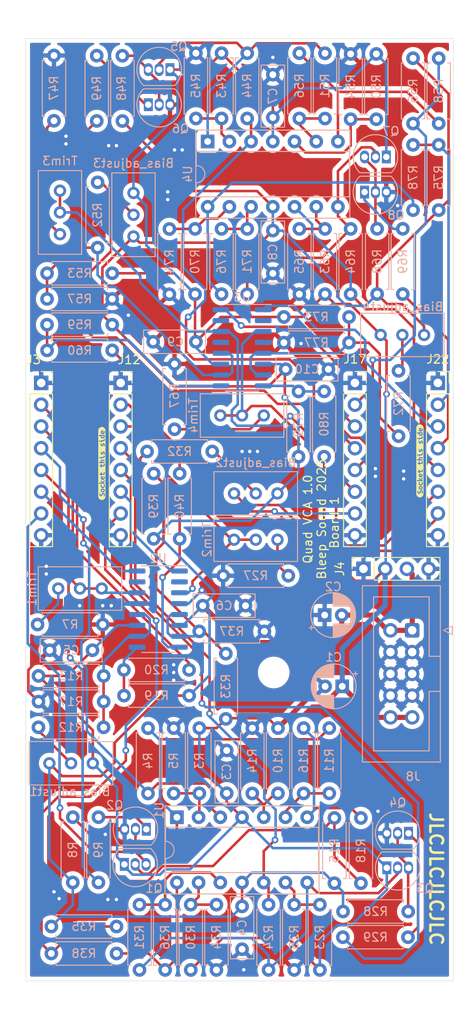
<source format=kicad_pcb>
(kicad_pcb (version 20240108) (generator "pcbnew") (generator_version "8.0")
  (layers (0 "F.Cu" signal) (31 "B.Cu" signal) (34 "B.Paste" user) (35 "F.Paste" user) (36 "B.SilkS" user "B.Silkscreen") (37 "F.SilkS" user "F.Silkscreen") (38 "B.Mask" user) (39 "F.Mask" user) (44 "Edge.Cuts" user))
  (net 0 "")
  (net 1 "GND")
  (net 2 "+12V")
  (net 3 "-12V")
  (net 4 "Net-(U1A--)")
  (net 5 "Net-(U1B-+)")
  (net 6 "Net-(Bias_adjust1-Pad2)")
  (net 7 "Net-(Bias_adjust2-Pad2)")
  (net 8 "Net-(Bias_adjust3-Pad2)")
  (net 9 "Net-(Bias_adjust4-Pad2)")
  (net 10 "/Out1")
  (net 11 "/In1")
  (net 12 "/Offset1")
  (net 13 "/log1")
  (net 14 "/Amp_bias1")
  (net 15 "/lin1")
  (net 16 "Out2")
  (net 17 "Out3")
  (net 18 "/VCA_2/In2")
  (net 19 "/VCA_2/Offset2")
  (net 20 "/VCA_2/log2")
  (net 21 "/VCA_2/Amp_bias2")
  (net 22 "Net-(Q1-B)")
  (net 23 "/VCA_2/lin2")
  (net 24 "Net-(U1C--)")
  (net 25 "Net-(U1B--)")
  (net 26 "Net-(U1D-+)")
  (net 27 "Out4")
  (net 28 "/VCA_3/In3")
  (net 29 "Net-(U4A--)")
  (net 30 "/VCA_3/Offset3")
  (net 31 "/VCA_3/log3")
  (net 32 "/VCA_3/Amp_bias3")
  (net 33 "/VCA_3/lin3")
  (net 34 "Net-(R32-Pad1)")
  (net 35 "/VCA_4/In4")
  (net 36 "/VCA_4/Offset4")
  (net 37 "/VCA_4/log4")
  (net 38 "/VCA_4/Amp_bias4")
  (net 39 "/VCA_4/lin4")
  (net 40 "Net-(Q1-E)")
  (net 41 "Net-(Q2-C)")
  (net 42 "Net-(Q3-B)")
  (net 43 "Net-(Q3-E)")
  (net 44 "Net-(Q4-C)")
  (net 45 "Net-(Q5-B)")
  (net 46 "Net-(Q5-E)")
  (net 47 "Net-(Q6-C)")
  (net 48 "Net-(Q7-B)")
  (net 49 "Net-(Q7-E)")
  (net 50 "Net-(Q8-C)")
  (net 51 "Net-(R7-Pad1)")
  (net 52 "Net-(R12-Pad1)")
  (net 53 "Net-(R16-Pad1)")
  (net 54 "Net-(R19-Pad1)")
  (net 55 "Net-(R27-Pad1)")
  (net 56 "Net-(U1D--)")
  (net 57 "Net-(R36-Pad1)")
  (net 58 "Net-(R39-Pad1)")
  (net 59 "Net-(R47-Pad1)")
  (net 60 "Net-(U4B-+)")
  (net 61 "Net-(U4B--)")
  (net 62 "Net-(R52-Pad1)")
  (net 63 "Net-(R56-Pad1)")
  (net 64 "Net-(R59-Pad1)")
  (net 65 "Net-(U4C--)")
  (net 66 "Net-(R67-Pad1)")
  (net 67 "Net-(U4D--)")
  (net 68 "Net-(U4D-+)")
  (net 69 "Net-(R72-Pad1)")
  (net 70 "Net-(R76-Pad1)")
  (net 71 "Net-(R79-Pad1)")
  (footprint "Connector_PinSocket_2.54mm:PinSocket_1x08_P2.54mm_Vertical" (layer "F.Cu") (at 93 76.7)
    (property "Reference" "J17")
    (property "Value" "Conn_Circuit")
  )
  (footprint "Connector_PinSocket_2.54mm:PinSocket_1x08_P2.54mm_Vertical" (layer "F.Cu") (at 56.3 76.7)
    (property "Reference" "J3")
    (property "Value" "Conn_Circuit")
  )
  (footprint "Connector_PinSocket_2.54mm:PinSocket_1x04_P2.54mm_Vertical" (layer "F.Cu") (at 94 98.4 90)
    (property "Reference" "J4")
    (property "Value" "Conn_power")
  )
  (footprint "kibuzzard-67840646" (layer "F.Cu") (at 63.4 86.1 90)
    (property "Reference" "kibuzzard-67840646" (hide yes))
    (property "Value" "G***" (hide yes))
  )
  (footprint "MountingHole:MountingHole_3.2mm_M3" (layer "F.Cu") (at 83.5 110.5)
    (property "Reference" "H2" (hide yes))
    (property "Value" "SpacerHoles")
  )
  (footprint "Connector_PinSocket_2.54mm:PinSocket_1x08_P2.54mm_Vertical" (layer "F.Cu") (at 102.7 76.7)
    (property "Reference" "J22")
    (property "Value" "Conn_Circuit" (hide yes))
  )
  (footprint "Connector_PinSocket_2.54mm:PinSocket_1x08_P2.54mm_Vertical" (layer "F.Cu") (at 65.6 76.7)
    (property "Reference" "J12")
    (property "Value" "Conn_Circuit")
  )
  (footprint "kibuzzard-67840646" (layer "F.Cu") (at 100.6 85.8 90)
    (property "Reference" "kibuzzard-67840646" (hide yes))
    (property "Value" "G***" (hide yes))
  )
  (footprint "Capacitor_THT:C_Disc_D7.0mm_W2.5mm_P5.00mm" (layer "B.Cu") (at 74.4 71.9 180)
    (property "Reference" "C9")
    (property "Value" "100nF")
  )
  (footprint "Resistor_THT:R_Axial_DIN0207_L6.3mm_D2.5mm_P7.62mm_Horizontal" (layer "B.Cu") (at 82.9 145.22 90)
    (property "Reference" "R24")
    (property "Value" "2k")
  )
  (footprint "Resistor_THT:R_Axial_DIN0207_L6.3mm_D2.5mm_P7.62mm_Horizontal" (layer "B.Cu") (at 72.5 87.28 -90)
    (property "Reference" "R40")
    (property "Value" "1k")
  )
  (footprint "Package_TO_SOT_THT:TO-92_Inline" (layer "B.Cu") (at 96.67 50.32 180)
    (property "Reference" "Q7")
    (property "Value" "2N3904")
  )
  (footprint "Resistor_THT:R_Axial_DIN0207_L6.3mm_D2.5mm_P7.62mm_Horizontal" (layer "B.Cu") (at 92.5 58.72 -90)
    (property "Reference" "R64")
    (property "Value" "2k")
  )
  (footprint "Resistor_THT:R_Axial_DIN0207_L6.3mm_D2.5mm_P7.62mm_Horizontal" (layer "B.Cu") (at 63 127.39 -90)
    (property "Reference" "R9")
    (property "Value" "20k")
  )
  (footprint "Resistor_THT:R_Axial_DIN0207_L6.3mm_D2.5mm_P7.62mm_Horizontal" (layer "B.Cu") (at 84 124.61 90)
    (property "Reference" "R10")
    (property "Value" "100k")
  )
  (footprint "Resistor_THT:R_Axial_DIN0207_L6.3mm_D2.5mm_P7.62mm_Horizontal" (layer "B.Cu") (at 64.61 66.9 180)
    (property "Reference" "R57")
    (property "Value" "47k")
  )
  (footprint "Resistor_THT:R_Axial_DIN0207_L6.3mm_D2.5mm_P7.62mm_Horizontal" (layer "B.Cu") (at 98.1 82.91 90)
    (property "Reference" "R72")
    (property "Value" "2M")
  )
  (footprint "Resistor_THT:R_Axial_DIN0207_L6.3mm_D2.5mm_P7.62mm_Horizontal" (layer "B.Cu") (at 76.8 145.22 90)
    (property "Reference" "R34")
    (property "Value" "470R")
  )
  (footprint "Resistor_THT:R_Axial_DIN0207_L6.3mm_D2.5mm_P7.62mm_Horizontal" (layer "B.Cu") (at 80.4 58.72 -90)
    (property "Reference" "R71")
    (property "Value" "2k")
  )
  (footprint "Resistor_THT:R_Axial_DIN0207_L6.3mm_D2.5mm_P7.62mm_Horizontal" (layer "B.Cu") (at 63.61 110.9 180)
    (property "Reference" "R13")
    (property "Value" "470k")
  )
  (footprint "Resistor_THT:R_Axial_DIN0207_L6.3mm_D2.5mm_P7.62mm_Horizontal" (layer "B.Cu") (at 90.6 127.48 -90)
    (property "Reference" "R15")
    (property "Value" "20k")
  )
  (footprint "Resistor_THT:R_Axial_DIN0207_L6.3mm_D2.5mm_P7.62mm_Horizontal" (layer "B.Cu") (at 71.9 82.11 90)
    (property "Reference" "R67")
    (property "Value" "150R")
  )
  (footprint "Resistor_THT:R_Axial_DIN0207_L6.3mm_D2.5mm_P7.62mm_Horizontal" (layer "B.Cu") (at 86.4 77.69 -90)
    (property "Reference" "R79")
    (property "Value" "4.7k")
  )
  (footprint "Resistor_THT:R_Axial_DIN0207_L6.3mm_D2.5mm_P7.62mm_Horizontal" (layer "B.Cu") (at 74.3 58.72 -90)
    (property "Reference" "R70")
    (property "Value" "100k")
  )
  (footprint "Resistor_THT:R_Axial_DIN0207_L6.3mm_D2.5mm_P7.62mm_Horizontal" (layer "B.Cu") (at 65.8 38.51 -90)
    (property "Reference" "R48")
    (property "Value" "120k")
  )
  (footprint "Resistor_THT:R_Axial_DIN0207_L6.3mm_D2.5mm_P7.62mm_Horizontal" (layer "B.Cu") (at 98.6 58.71 -90)
    (property "Reference" "R69")
    (property "Value" "20k")
  )
  (footprint "Resistor_THT:R_Axial_DIN0207_L6.3mm_D2.5mm_P7.62mm_Horizontal" (layer "B.Cu") (at 95.6 58.71 -90)
    (property "Reference" "R68")
    (property "Value" "120k")
  )
  (footprint "Package_TO_SOT_THT:TO-92_Inline" (layer "B.Cu") (at 71.37 40.13 180)
    (property "Reference" "Q5")
    (property "Value" "2N3904")
  )
  (footprint "Resistor_THT:R_Axial_DIN0207_L6.3mm_D2.5mm_P7.62mm_Horizontal" (layer "B.Cu") (at 67.8 137.6 -90)
    (property "Reference" "R31")
    (property "Value" "2k")
  )
  (footprint "Resistor_THT:R_Axial_DIN0207_L6.3mm_D2.5mm_P7.62mm_Horizontal" (layer "B.Cu") (at 85.9 145.22 90)
    (property "Reference" "R25")
    (property "Value" "2k")
  )
  (footprint "Potentiometer_THT:Potentiometer_Bourns_3386C_Horizontal" (layer "B.Cu") (at 58.5 54.26 180)
    (property "Reference" "Trim3")
    (property "Value" "2k")
  )
  (footprint "Resistor_THT:R_Axial_DIN0207_L6.3mm_D2.5mm_P7.62mm_Horizontal" (layer "B.Cu") (at 89.5 45.84 90)
    (property "Reference" "R51")
    (property "Value" "2k")
  )
  (footprint "Resistor_THT:R_Axial_DIN0207_L6.3mm_D2.5mm_P7.62mm_Horizontal" (layer "B.Cu") (at 74.4 38.21 -90)
    (property "Reference" "R45")
    (property "Value" "2k")
  )
  (footprint "Capacitor_THT:C_Disc_D7.0mm_W2.5mm_P5.00mm" (layer "B.Cu") (at 83.4 45.72 90)
    (property "Reference" "C7")
    (property "Value" "100nF")
  )
  (footprint "Resistor_THT:R_Axial_DIN0207_L6.3mm_D2.5mm_P7.62mm_Horizontal" (layer "B.Cu") (at 55.88 104.902)
    (property "Reference" "R7")
    (property "Value" "150R")
  )
  (footprint "Resistor_THT:R_Axial_DIN0207_L6.3mm_D2.5mm_P7.62mm_Horizontal" (layer "B.Cu") (at 89.5 58.72 -90)
    (property "Reference" "R63")
    (property "Value" "100k")
  )
  (footprint "Resistor_THT:R_Axial_DIN0207_L6.3mm_D2.5mm_P7.62mm_Horizontal" (layer "B.Cu") (at 73.6 110.2 180)
    (property "Reference" "R20")
    (property "Value" "1k")
  )
  (footprint "Resistor_THT:R_Axial_DIN0207_L6.3mm_D2.5mm_P7.62mm_Horizontal" (layer "B.Cu") (at 95.5 45.92 90)
    (property "Reference" "R50")
    (property "Value" "100k")
  )
  (footprint "Resistor_THT:R_Axial_DIN0207_L6.3mm_D2.5mm_P7.62mm_Horizontal" (layer "B.Cu") (at 64.61 72.9 180)
    (property "Reference" "R60")
    (property "Value" "1k")
  )
  (footprint "Capacitor_THT:C_Disc_D7.0mm_W2.5mm_P5.00mm" (layer "B.Cu") (at 62.3 107.9 180)
    (property "Reference" "C5")
    (property "Value" "100nF")
  )
  (footprint "Package_TO_SOT_THT:TO-92_Inline" (layer "B.Cu") (at 96.73 133.3)
    (property "Reference" "Q3")
    (property "Value" "2N3904")
  )
  (footprint "Resistor_THT:R_Axial_DIN0207_L6.3mm_D2.5mm_P7.62mm_Horizontal" (layer "B.Cu") (at 68.8 117 -90)
    (property "Reference" "R4")
    (property "Value" "2k")
  )
  (footprint "Resistor_THT:R_Axial_DIN0207_L6.3mm_D2.5mm_P7.62mm_Horizontal" (layer "B.Cu") (at 65.11 140.15 180)
    (property "Reference" "R35")
    (property "Value" "20k")
  )
  (footprint "Resistor_THT:R_Axial_DIN0207_L6.3mm_D2.5mm_P7.62mm_Horizontal" (layer "B.Cu") (at 77.4 45.83 90)
    (property "Reference" "R43")
    (property "Value" "100k")
  )
  (footprint "Resistor_THT:R_Axial_DIN0207_L6.3mm_D2.5mm_P7.62mm_Horizontal" (layer "B.Cu") (at 102.8 46.42 90)
    (property "Reference" "R58")
    (property "Value" "30k")
  )
  (footprint "Resistor_THT:R_Axial_DIN0207_L6.3mm_D2.5mm_P7.62mm_Horizontal" (layer "B.Cu") (at 86.5 38.21 -90)
    (property "Reference" "R56")
    (property "Value" "100k")
  )
  (footprint "Resistor_THT:R_Axial_DIN0207_L6.3mm_D2.5mm_P7.62mm_Horizontal" (layer "B.Cu") (at 55.99 113.9)
    (property "Reference" "R17")
    (property "Value" "47k")
  )
  (footprint "Resistor_THT:R_Axial_DIN0207_L6.3mm_D2.5mm_P7.62mm_Horizontal" (layer "B.Cu") (at 77.9 108.3 -90)
    (property "Reference" "R33")
    (property "Value" "470k")
  )
  (footprint "Resistor_THT:R_Axial_DIN0207_L6.3mm_D2.5mm_P7.62mm_Horizontal" (layer "B.Cu") (at 99.21 141.4 180)
    (property "Reference" "R29")
    (property "Value" "20k")
  )
  (footprint "Resistor_THT:R_Axial_DIN0207_L6.3mm_D2.5mm_P7.62mm_Horizontal" (layer "B.Cu") (at 99.8 56.53 90)
    (property "Reference" "R78")
    (property "Value" "30k")
  )
  (footprint "Resistor_THT:R_Axial_DIN0207_L6.3mm_D2.5mm_P7.62mm_Horizontal" (layer "B.Cu") (at 88.9 137.6 -90)
    (property "Reference" "R23")
    (property "Value" "100k")
  )
  (footprint "Resistor_THT:R_Axial_DIN0207_L6.3mm_D2.5mm_P7.62mm_Horizontal" (layer "B.Cu") (at 70.8 145.22 90)
    (property "Reference" "R36")
    (property "Value" "100k")
  )
  (footprint "Resistor_THT:R_Axial_DIN0207_L6.3mm_D2.5mm_P7.62mm_Horizontal" (layer "B.Cu") (at 84.69 72)
    (property "Reference" "R77")
    (property "Value" "47k")
  )
  (footprint "Resistor_THT:R_Axial_DIN0207_L6.3mm_D2.5mm_P7.62mm_Horizontal" (layer "B.Cu") (at 62.8 38.5 -90)
    (property "Reference" "R49")
    (property "Value" "20k")
  )
  (footprint "Resistor_THT:R_Axial_DIN0207_L6.3mm_D2.5mm_P7.62mm_Horizontal" (layer "B.Cu") (at 85.21 99.2 180)
    (property "Reference" "R27")
    (property "Value" "150R")
  )
  (footprint "Resistor_THT:R_Axial_DIN0207_L6.3mm_D2.5mm_P7.62mm_Horizontal" (layer "B.Cu") (at 68.69 84.7)
    (property "Reference" "R32")
    (property "Value" "2M")
  )
  (footprint "Resistor_THT:R_Axial_DIN0207_L6.3mm_D2.5mm_P7.62mm_Horizontal" (layer "B.Cu") (at 82.41 105.7 180)
    (property "Reference" "R37")
    (property "Value" "47k")
  )
  (footprint "Resistor_THT:R_Axial_DIN0207_L6.3mm_D2.5mm_P7.62mm_Horizontal" (layer "B.Cu") (at 60 127.39 -90)
    (property "Reference" "R8")
    (property "Value" "120k")
  )
  (footprint "Resistor_THT:R_Axial_DIN0207_L6.3mm_D2.5mm_P7.62mm_Horizontal" (layer "B.Cu") (at 74.8 124.61 90)
    (property "Reference" "R3")
    (property "Value" "100k")
  )
  (footprint "Resistor_THT:R_Axial_DIN0207_L6.3mm_D2.5mm_P7.62mm_Horizontal" (layer "B.Cu") (at 57.8 46.1 90)
    (property "Reference" "R47")
    (property "Value" "150R")
  )
  (footprint "Resistor_THT:R_Axial_DIN0207_L6.3mm_D2.5mm_P7.62mm_Horizontal" (layer "B.Cu") (at 65.99 113.2)
    (property "Reference" "R19")
    (property "Value" "4.7k")
  )
  (footprint "Potentiometer_THT:Potentiometer_Bourns_3386C_Horizontal" (layer "B.Cu") (at 78.86 89.6 -90)
    (property "Reference" "Bias_adjust2")
    (property "Value" "100k")
  )
  (footprint "Potentiometer_THT:Potentiometer_Bourns_3386C_Horizontal" (layer "B.Cu") (at 78.86 95 -90)
    (property "Reference" "Trim2")
    (property "Value" "2k")
  )
  (footprint "Capacitor_THT:CP_Radial_D5.0mm_P2.00mm" (layer "B.Cu") (at 89.46 103.8)
    (property "Reference" "C2")
    (property "Value" "10uF")
  )
  (footprint "Resistor_THT:R_Axial_DIN0207_L6.3mm_D2.5mm_P7.62mm_Horizontal" (layer "B.Cu") (at 81 117 -90)
    (property "Reference" "R14")
    (property "Value" "470R")
  )
  (footprint "Resistor_THT:R_Axial_DIN0207_L6.3mm_D2.5mm_P7.62mm_Horizontal" (layer "B.Cu") (at 69.46 87.28 -90)
    (property "Reference" "R39")
    (property "Value" "4.7k")
  )
  (footprint "Resistor_THT:R_Axial_DIN0207_L6.3mm_D2.5mm_P7.62mm_Horizontal" (layer "B.Cu") (at 93.7 127.48 -90)
    (property "Reference" "R18")
    (property "Value" "30k")
  )
  (footprint "Resistor_THT:R_Axial_DIN0207_L6.3mm_D2.5mm_P7.62mm_Horizontal" (layer "B.Cu") (at 92.31 69 180)
    (property "Reference" "R73")
    (property "Value" "470k")
  )
  (footprint "Resistor_THT:R_Axial_DIN0207_L6.3mm_D2.5mm_P7.62mm_Horizontal" (layer "B.Cu") (at 86.5 66.34 90)
    (property "Reference" "R65")
    (property "Value" "2k")
  )
  (footprint "Potentiometer_THT:Potentiometer_Bourns_3386C_Horizontal" (layer "B.Cu") (at 96.01 71.1 -90)
    (property "Reference" "Bias_adjust4")
    (property "Value" "100k")
  )
  (footprint "Resistor_THT:R_Axial_DIN0207_L6.3mm_D2.5mm_P7.62mm_Horizontal" (layer "B.Cu") (at 73.8 137.6 -90)
    (property "Reference" "R30")
    (property "Value" "100k")
  )
  (footprint "Package_DIP:DIP-14_W7.62mm_Socket" (layer "B.Cu") (at 72.175 127.4 -90)
    (property "Reference" "U1")
    (property "Value" "TL074")
  )
  (footprint "Package_SO:SOIC-16_3.9x9.9mm_P1.27mm" (layer "B.Cu") (at 70 103.1 180)
    (property "Reference" "U2")
    (property "Value" "LM13700")
  )
  (footprint "Resistor_THT:R_Axial_DIN0207_L6.3mm_D2.5mm_P7.62mm_Horizontal" (layer "B.Cu") (at 102.8 48.91 -90)
    (property "Reference" "R75")
    (property "Value" "20k")
  )
  (footprint "Resistor_THT:R_Axial_DIN0207_L6.3mm_D2.5mm_P7.62mm_Horizontal" (layer "B.Cu") (at 87 116.99 -90)
    (property "Reference" "R16")
    (property "Value" "100k")
  )
  (footprint "Package_TO_SOT_THT:TO-92_Inline" (layer "B.Cu") (at 68.83 44.22)
    (property "Reference" "Q6")
    (property "Value" "2N3906")
  )
  (footprint "Resistor_THT:R_Axial_DIN0207_L6.3mm_D2.5mm_P7.62mm_Horizontal" (layer "B.Cu") (at 92.5 38.3 -90)
    (property "Reference" "R54")
    (property "Value" "470R")
  )
  (footprint "Resistor_THT:R_Axial_DIN0207_L6.3mm_D2.5mm_P7.62mm_Horizontal" (layer "B.Cu") (at 71.3 66.35 90)
    (property "Reference" "R74")
    (property "Value" "470R")
  )
  (footprint "Capacitor_THT:C_Disc_D7.0mm_W2.5mm_P5.00mm" (layer "B.Cu") (at 79.8 142.8 90)
    (property "Reference" "C4")
    (property "Value" "100nF")
  )
  (footprint "Resistor_THT:R_Axial_DIN0207_L6.3mm_D2.5mm_P7.62mm_Horizontal" (layer "B.Cu") (at 62.9 60.91 90)
    (property "Reference" "R52")
    (property "Value" "2M")
  )
  (footprint "Resistor_THT:R_Axial_DIN0207_L6.3mm_D2.5mm_P7.62mm_Horizontal" (layer "B.Cu") (at 71.8 116.99 -90)
    (property "Reference" "R5")
    (property "Value" "2k")
  )
  (footprint "Package_TO_SOT_THT:TO-92_Inline" (layer "B.Cu") (at 99.27 129.27 180)
    (property "Reference" "Q4")
    (property "Value" "2N3906")
  )
  (footprint "Potentiometer_THT:Potentiometer_Bourns_3386C_Horizontal" (layer "B.Cu") (at 62.34 121.1 90)
    (property "Reference" "Bias_adjust1")
    (property "Value" "100k")
  )
  (footprint "Capacitor_THT:C_Disc_D7.0mm_W2.5mm_P5.00mm" (layer "B.Cu") (at 80.2 102.7 180)
    (property "Reference" "C6")
    (property "Value" "100nF")
  )
  (footprint "Resistor_THT:R_Axial_DIN0207_L6.3mm_D2.5mm_P7.62mm_Horizontal" (layer "B.Cu") (at 99.23 138.4 180)
    (property "Reference" "R28")
    (property "Value" "120k")
  )
  (footprint "Capacitor_THT:C_Disc_D7.0mm_W2.5mm_P5.00mm" (layer "B.Cu") (at 83.4 63.92 90)
    (property "Reference" "C8")
    (property "Value" "100nF")
  )
  (footprint "Resistor_THT:R_Axial_DIN0207_L6.3mm_D2.5mm_P7.62mm_Horizontal" (layer "B.Cu") (at 89.4 85.31 90)
    (property "Reference" "R80")
    (property "Value" "1k")
  )
  (footprint "Resistor_THT:R_Axial_DIN0207_L6.3mm_D2.5mm_P7.62mm_Horizontal" (layer "B.Cu") (at 63.6 116.9 180)
    (property "Reference" "R12")
    (property "Value" "2M")
  )
  (footprint "Potentiometer_THT:Potentiometer_Bourns_3386C_Horizontal" (layer "B.Cu") (at 63.38 100.7 90)
    (property "Reference" "Trim1")
    (property "Value" "2k")
  )
  (footprint "Resistor_THT:R_Axial_DIN0207_L6.3mm_D2.5mm_P7.62mm_Horizontal" (layer "B.Cu") (at 90 124.61 90)
    (property "Reference" "R11")
    (property "Value" "2k")
  )
  (footprint "Connector_IDC:IDC-Header_2x05_P2.54mm_Vertical" (layer "B.Cu") (at 99.7 105.58 180)
    (property "Reference" "J8")
    (property "Value" "Power Input")
  )
  (footprint "Resistor_THT:R_Axial_DIN0207_L6.3mm_D2.5mm_P7.62mm_Horizontal" (layer "B.Cu") (at 77.4 66.34 90)
    (property "Reference" "R76")
    (property "Value" "100k")
  )
  (footprint "Capacitor_THT:CP_Radial_D5.0mm_P2.00mm" (layer "B.Cu") (at 91.515112 112.12 180)
    (property "Reference" "C1")
    (property "Value" "10uF")
  )
  (footprint "Resistor_THT:R_Axial_DIN0207_L6.3mm_D2.5mm_P7.62mm_Horizontal" (layer "B.Cu") (at 65.11 143.3 180)
    (property "Reference" "R38")
    (property "Value" "30k")
  )
  (footprint "Resistor_THT:R_Axial_DIN0207_L6.3mm_D2.5mm_P7.62mm_Horizontal" (layer "B.Cu") (at 56.99 63.9)
    (property "Reference" "R53")
    (property "Value" "470k")
  )
  (footprint "Resistor_THT:R_Axial_DIN0207_L6.3mm_D2.5mm_P7.62mm_Horizontal" (layer "B.Cu") (at 56.99 69.9)
    (property "Reference" "R59")
    (property "Value" "4.7k")
  )
  (footprint "Capacitor_THT:C_Disc_D7.0mm_W2.5mm_P5.00mm" (layer "B.Cu") (at 78 124.6 90)
    (property "Reference" "C3")
    (property "Value" "100nF")
  )
  (footprint "Package_DIP:DIP-14_W7.62mm_Socket" (layer "B.Cu") (at 75.775 48.52 -90)
    (property "Reference" "U4")
    (property "Value" "TL074")
  )
  (footprint "Potentiometer_THT:Potentiometer_Bourns_3386C_Horizontal" (layer "B.Cu") (at 77.26 80.5 -90)
    (property "Reference" "Trim4")
    (property "Value" "2k")
  )
  (footprint "Capacitor_THT:C_Disc_D7.0mm_W2.5mm_P5.00mm" (layer "B.Cu") (at 89.9 75.1 180)
    (property "Reference" "C10")
    (property "Value" "100nF")
  )
  (footprint "Package_SO:SOIC-16_3.9x9.9mm_P1.27mm" (layer "B.Cu") (at 79.8 72.6 180)
    (property "Reference" "U3")
    (property "Value" "LM13700")
  )
  (footprint "Package_TO_SOT_THT:TO-92_Inline" (layer "B.Cu") (at 66.03 132.9)
    (property "Reference" "Q1")
    (property "Value" "2N3904")
  )
  (footprint "Potentiometer_THT:Potentiometer_Bourns_3386C_Horizontal" (layer "B.Cu") (at 67.1 54.53 180)
    (property "Reference" "Bias_adjust3")
    (property "Value" "100k")
  )
  (footprint "Package_TO_SOT_THT:TO-92_Inline" (layer "B.Cu") (at 94.13 54.42)
    (property "Reference" "Q8")
    (property "Value" "2N3906")
  )
  (footprint "Resistor_THT:R_Axial_DIN0207_L6.3mm_D2.5mm_P7.62mm_Horizontal" (layer "B.Cu") (at 80.4 38.21 -90)
    (property "Reference" "R44")
    (property "Value" "2k")
  )
  (footprint "Resistor_THT:R_Axial_DIN0207_L6.3mm_D2.5mm_P7.62mm_Horizontal" (layer "B.Cu") (at 99.8 46.42 90)
    (property "Reference" "R55")
    (property "Value" "20k")
  )
  (footprint "Package_TO_SOT_THT:TO-92_Inline" (layer "B.Cu") (at 68.600238 128.8 180)
    (property "Reference" "Q2")
    (property "Value" "2N3906")
  )
  (gr_line (start 54.5 36.5) (end 104.5 36.5) (stroke (width 0.05)) (layer "Edge.Cuts"))
  (gr_line (start 54.5 36.5) (end 54.5 146.5) (stroke (width 0.05)) (layer "Edge.Cuts"))
  (gr_line (start 54.5 146.5) (end 104.5 146.5) (stroke (width 0.05)) (layer "Edge.Cuts"))
  (gr_line (start 104.5 36.5) (end 104.5 146.5) (stroke (width 0.05)) (layer "Edge.Cuts"))
  (gr_text "JLCJLCJLCJLC" (at 102.5 134.6 270) (layer "F.SilkS") (effects (font (size 1.5 1.5) (thickness 0.3))))
  (gr_text "Quad VCA 1.0\nBleep Sound 2025" (at 88.3 92.6 90) (layer "F.SilkS") (effects (font (size 1 1))))
  (gr_text "Board 1" (at 90.6 93 90) (layer "F.SilkS") (effects (font (size 1 1))))
  (segment (start 54.8 112.71) (end 55.99 113.9) (width 0.3) (layer "F.Cu") (net 1))
  (segment (start 54.8 110.2) (end 54.8 112.71) (width 0.3) (layer "F.Cu") (net 1))
  (segment (start 57.3 107.9) (end 57.1 107.9) (width 0.3) (layer "F.Cu") (net 1))
  (segment (start 57.1 107.9) (end 54.8 110.2) (width 0.3) (layer "F.Cu") (net 1))
  (via (at 95.4 86.7) (size 0.8) (drill 0.4) (layers "F.Cu" "B.Cu") (net 1))
  (via (at 57.4 115.4) (size 0.8) (drill 0.4) (layers "F.Cu" "B.Cu") (net 1))
  (via (at 60.8 102.7) (size 0.8) (drill 0.4) (layers "F.Cu" "B.Cu") (net 1))
  (via (at 95.7 126.7) (size 0.8) (drill 0.4) (layers "F.Cu" "B.Cu") (net 1))
  (via (at 80.7 84.7) (size 0.8) (drill 0.4) (layers "F.Cu" "B.Cu") (net 1))
  (via (at 66.5 68.8) (size 0.8) (drill 0.4) (layers "F.Cu" "B.Cu") (net 1))
  (via (at 83.4 38.7) (size 0.8) (drill 0.4) (layers "F.Cu" "B.Cu") (net 1))
  (via (at 71.8 109.6) (size 0.8) (drill 0.4) (layers "F.Cu" "B.Cu") (net 1))
  (via (at 63.8 129.4) (size 0.8) (drill 0.4) (layers "F.Cu" "B.Cu") (net 1))
  (via (at 63.5 102.7) (size 0.8) (drill 0.4) (layers "F.Cu" "B.Cu") (net 1))
  (via (at 64.1 137) (size 0.8) (drill 0.4) (layers "F.Cu" "B.Cu") (net 1))
  (via (at 59.2 48.8) (size 0.8) (drill 0.4) (layers "F.Cu" "B.Cu") (net 1))
  (via (at 98.7 87.9) (size 0.8) (drill 0.4) (layers "F.Cu" "B.Cu") (net 1))
  (via (at 71.9 49.5) (size 0.8) (drill 0.4) (layers "F.Cu" "B.Cu") (net 1))
  (via (at 58.4 136.9) (size 0.8) (drill 0.4) (layers "F.Cu" "B.Cu") (net 1))
  (via (at 71.8 110.5) (size 0.8) (drill 0.4) (layers "F.Cu" "B.Cu") (net 1))
  (via (at 65.1 49) (size 0.8) (drill 0.4) (layers "F.Cu" "B.Cu") (net 1))
  (via (at 57.8 136.1) (size 0.8) (drill 0.4) (layers "F.Cu" "B.Cu") (net 1))
  (via (at 71.8 111.4) (size 0.8) (drill 0.4) (layers "F.Cu" "B.Cu") (net 1))
  (via (at 71.1 54.4) (size 0.8) (drill 0.4) (layers "F.Cu" "B.Cu") (net 1))
  (via (at 80 145.2) (size 0.8) (drill 0.4) (layers "F.Cu" "B.Cu") (net 1))
  (via (at 56.9 99) (size 0.8) (drill 0.4) (layers "F.Cu" "B.Cu") (net 1))
  (via (at 71.1 55.3) (size 0.8) (drill 0.4) (layers "F.Cu" "B.Cu") (net 1))
  (via (at 75.1 100.9) (size 0.8) (drill 0.4) (layers "F.Cu" "B.Cu") (net 1))
  (via (at 64.2 49) (size 0.8) (drill 0.4) (layers "F.Cu" "B.Cu") (net 1))
  (via (at 98.7 87) (size 0.8) (drill 0.4) (layers "F.Cu" "B.Cu") (net 1))
  (via (at 56.9 98.1) (size 0.8) (drill 0.4) (layers "F.Cu" "B.Cu") (net 1))
  (via (at 98 56) (size 0.8) (drill 0.4) (layers "F.Cu" "B.Cu") (net 1))
  (via (at 65.1 137) (size 0.8) (drill 0.4) (layers "F.Cu" "B.Cu") (net 1))
  (via (at 72.8 49.5) (size 0.8) (drill 0.4) (layers "F.Cu" "B.Cu") (net 1))
  (via (at 81.6 84.7) (size 0.8) (drill 0.4) (layers "F.Cu" "B.Cu") (net 1))
  (via (at 64.5 102.7) (size 0.8) (drill 0.4) (layers "F.Cu" "B.Cu") (net 1))
  (via (at 79.8 84.7) (size 0.8) (drill 0.4) (layers "F.Cu" "B.Cu") (net 1))
  (via (at 86.7 72.1) (size 0.8) (drill 0.4) (layers "F.Cu" "B.Cu") (net 1))
  (via (at 95.4 87.6) (size 0.8) (drill 0.4) (layers "F.Cu" "B.Cu") (net 1))
  (via (at 59.2 47.9) (size 0.8) (drill 0.4) (layers "F.Cu" "B.Cu") (net 1))
  (segment (start 72.475 102.465) (end 73.535 102.465) (width 0.3) (layer "B.Cu") (net 1))
  (segment (start 73.535 102.465) (end 75.1 100.9) (width 0.3) (layer "B.Cu") (net 1))
  (segment (start 99.7 115.74) (end 97.16 115.74) (width 0.6) (layer "F.Cu") (net 2))
  (segment (start 84.69 69) (end 77.3 69) (width 0.3) (layer "F.Cu") (net 2))
  (segment (start 85.18 141.5) (end 88.9 145.22) (width 0.3) (layer "F.Cu") (net 2))
  (segment (start 96.01 71.1) (end 96.01 71.073654) (width 0.3) (layer "F.Cu") (net 2))
  (segment (start 90.215112 113.42) (end 87.57 113.42) (width 0.6) (layer "F.Cu") (net 2))
  (segment (start 75.48 40.13) (end 71.37 40.13) (width 0.3) (layer "F.Cu") (net 2))
  (segment (start 62.34 117.25) (end 55.99 110.9) (width 0.3) (layer "F.Cu") (net 2))
  (segment (start 74.4 71.9) (end 74.4 71.7) (width 0.3) (layer "F.Cu") (net 2))
  (segment (start 96.7 71.79) (end 96.01 71.1) (width 0.3) (layer "F.Cu") (net 2))
  (segment (start 59.3 110.9) (end 62.3 107.9) (width 0.3) (layer "F.Cu") (net 2))
  (segment (start 91.515112 112.12) (end 90.215112 113.42) (width 0.6) (layer "F.Cu") (net 2))
  (segment (start 78 125.605) (end 78 124.6) (width 0.3) (layer "F.Cu") (net 2))
  (segment (start 96.7 78) (end 96.7 71.79) (width 0.3) (layer "F.Cu") (net 2))
  (segment (start 64.61 63.9) (end 71.86 63.9) (width 0.3) (layer "F.Cu") (net 2))
  (segment (start 86.84 69) (end 84.69 69) (width 0.3) (layer "F.Cu") (net 2))
  (segment (start 77.98 115.84) (end 77.9 115.92) (width 0.3) (layer "F.Cu") (net 2))
  (segment (start 74.4 71.7) (end 74.3 71.6) (width 0.3) (layer "F.Cu") (net 2))
  (segment (start 71.86 63.9) (end 74.3 66.34) (width 0.3) (layer "F.Cu") (net 2))
  (segment (start 95.135112 115.74) (end 91.515112 112.12) (width 0.6) (layer "F.Cu") (net 2))
  (segment (start 74.3 71.6) (end 74.3 66.34) (width 0.3) (layer "F.Cu") (net 2))
  (segment (start 79.795 127.4) (end 78 125.605) (width 0.3) (layer "F.Cu") (net 2))
  (segment (start 96.01 71.073654) (end 92.426346 67.49) (width 0.3) (layer "F.Cu") (net 2))
  (segment (start 93 99.8) (end 95.14 99.8) (width 0.3) (layer "F.Cu") (net 2))
  (segment (start 55.99 110.9) (end 59.3 110.9) (width 0.3) (layer "F.Cu") (net 2))
  (segment (start 62.34 121.1) (end 62.34 117.25) (width 0.3) (layer "F.Cu") (net 2))
  (segment (start 87.57 113.42) (end 84 116.99) (width 0.6) (layer "F.Cu") (net 2))
  (segment (start 89.5 66.34) (end 86.84 69) (width 0.3) (layer "F.Cu") (net 2))
  (segment (start 80.21 90.95) (end 84.15 90.95) (width 0.3) (layer "F.Cu") (net 2))
  (segment (start 95.14 99.8) (end 96.54 98.4) (width 0.3) (layer "F.Cu") (net 2))
  (segment (start 77.52 141.5) (end 85.18 141.5) (width 0.3) (layer "F.Cu") (net 2))
  (segment (start 97.16 115.74) (end 95.135112 115.74) (width 0.6) (layer "F.Cu") (net 2))
  (segment (start 73.8 145.22) (end 77.52 141.5) (width 0.3) (layer "F.Cu") (net 2))
  (segment (start 82.85 115.84) (end 77.98 115.84) (width 0.3) (layer "F.Cu") (net 2))
  (segment (start 83.4 45.72) (end 83.4 44.21) (width 0.3) (layer "F.Cu") (net 2))
  (segment (start 83.4 44.21) (end 77.4 38.21) (width 0.3) (layer "F.Cu") (net 2))
  (segment (start 92.426346 67.49) (end 90.65 67.49) (width 0.3) (layer "F.Cu") (net 2))
  (segment (start 91.535112 112.1) (end 91.515112 112.12) (width 0.6) (layer "F.Cu") (net 2))
  (segment (start 77.3 69) (end 74.4 71.9) (width 0.3) (layer "F.Cu") (net 2))
  (segment (start 84 116.99) (end 82.85 115.84) (width 0.3) (layer "F.Cu") (net 2))
  (segment (start 77.4 38.21) (end 75.48 40.13) (width 0.3) (layer "F.Cu") (net 2))
  (segment (start 74.8 116.99) (end 76.83 116.99) (width 0.3) (layer "F.Cu") (net 2))
  (segment (start 78.86 89.6) (end 80.21 90.95) (width 0.3) (layer "F.Cu") (net 2))
  (segment (start 84.15 90.95) (end 93 99.8) (width 0.3) (layer "F.Cu") (net 2))
  (segment (start 90.65 67.49) (end 89.5 66.34) (width 0.3) (layer "F.Cu") (net 2))
  (segment (start 76.83 116.99) (end 77.9 115.92) (width 0.3) (layer "F.Cu") (net 2))
  (via (at 96.7 78) (size 0.8) (drill 0.4) (layers "F.Cu" "B.Cu") (net 2))
  (segment (start 72.245 41.005) (end 71.37 40.13) (width 0.3) (layer "B.Cu") (net 2))
  (segment (start 91.515112 107.684888) (end 91.515112 112.12) (width 0.6) (layer "B.Cu") (net 2))
  (segment (start 68.6 56.03) (end 67.1 54.53) (width 0.3) (layer "B.Cu") (net 2))
  (segment (start 96.6 78.1) (end 96.7 78) (width 0.3) (layer "B.Cu") (net 2))
  (segment (start 96.54 102.66) (end 91.515112 107.684888) (width 0.6) (layer "B.Cu") (net 2))
  (segment (start 88.9 145.22) (end 88.9 142) (width 0.3) (layer "B.Cu") (net 2))
  (segment (start 91.5 42.3) (end 86.82 42.3) (width 0.3) (layer "B.Cu") (net 2))
  (segment (start 74.8 121.4) (end 74.8 116.99) (width 0.3) (layer "B.Cu") (net 2))
  (segment (start 74.3 66.34) (end 68.6 60.64) (width 0.3) (layer "B.Cu") (net 2))
  (segment (start 67.525 105.005) (end 65.195 105.005) (width 0.3) (layer "B.Cu") (net 2))
  (segment (start 96.54 98.4) (end 96.54 102.66) (width 0.6) (layer "B.Cu") (net 2))
  (segment (start 67.1 50.6) (end 72.245 45.455) (width 0.3) (layer "B.Cu") (net 2))
  (segment (start 88.9 142) (end 90.9 140) (width 0.3) (layer "B.Cu") (net 2))
  (segment (start 79.795 127.4) (end 73.707563 133.487437) (width 0.3) (layer "B.Cu") (net 2))
  (segment (start 73.707563 133.487437) (end 70.812563 133.487437) (width 0.3) (layer "B.Cu") (net 2))
  (segment (start 68.6 60.64) (end 68.6 56.03) (width 0.3) (layer "B.Cu") (net 2))
  (segment (start 65.195 105.005) (end 62.3 107.9) (width 0.3) (layer "B.Cu") (net 2))
  (segment (start 77.325 74.505) (end 76.350001 74.505) (width 0.3) (layer "B.Cu") (net 2))
  (segment (start 76.350001 74.505) (end 74.4 72.554999) (width 0.3) (layer "B.Cu") (net 2))
  (segment (start 83.4 48.515) (end 83.395 48.52) (width 0.3) (layer "B.Cu") (net 2))
  (segment (start 96.6 98.34) (end 96.6 78.1) (width 0.3) (layer "B.Cu") (net 2))
  (segment (start 94.43 131) (end 83.395 131) (width 0.3) (layer "B.Cu") (net 2))
  (segment (start 83.4 45.72) (end 83.4 48.515) (width 0.3) (layer "B.Cu") (net 2))
  (segment (start 65.185238 123.945238) (end 62.34 121.1) (width 0.3) (layer "B.Cu") (net 2))
  (segment (start 72.245 45.455) (end 72.245 41.005) (width 0.3) (layer "B.Cu") (net 2))
  (segment (start 96.67 39.47) (end 95.5 38.3) (width 0.3) (layer "B.Cu") (net 2))
  (segment (start 67.005 134.1) (end 66.03 133.125) (width 0.3) (layer "B.Cu") (net 2))
  (segment (start 66.03 132.9) (end 65.185238 132.055238) (width 0.3) (layer "B.Cu") (net 2))
  (segment (start 66.03 133.125) (end 66.03 132.9) (width 0.3) (layer "B.Cu") (net 2))
  (segment (start 95.5 38.3) (end 91.5 42.3) (width 0.3) (layer "B.Cu") (net 2))
  (segment (start 96.73 133.3) (end 94.43 131) (width 0.3) (layer "B.Cu") (net 2))
  (segment (start 70.812563 133.487437) (end 70.2 134.1) (width 0.3) (layer "B.Cu") (net 2))
  (segment (start 74.4 72.554999) (end 74.4 71.9) (width 0.3) (layer "B.Cu") (net 2))
  (segment (start 90.9 140) (end 92.6 140) (width 0.3) (layer "B.Cu") (net 2))
  (segment (start 92.6 140) (end 96.73 135.87) (width 0.3) (layer "B.Cu") (net 2))
  (segment (start 86.82 42.3) (end 83.4 45.72) (width 0.3) (layer "B.Cu") (net 2))
  (segment (start 70.2 134.1) (end 67.005 134.1) (width 0.3) (layer "B.Cu") (net 2))
  (segment (start 67.1 54.53) (end 67.1 50.6) (width 0.3) (layer "B.Cu") (net 2))
  (segment (start 96.54 98.4) (end 96.6 98.34) (width 0.3) (layer "B.Cu") (net 2))
  (segment (start 96.73 135.87) (end 96.73 133.3) (width 0.3) (layer "B.Cu") (net 2))
  (segment (start 83.395 131) (end 79.795 127.4) (width 0.3) (layer "B.Cu") (net 2))
  (segment (start 65.185238 132.055238) (end 65.185238 123.945238) (width 0.3) (layer "B.Cu") (net 2))
  (segment (start 96.67 50.32) (end 96.67 39.47) (width 0.3) (layer "B.Cu") (net 2))
  (segment (start 78 124.6) (end 74.8 121.4) (width 0.3) (layer "B.Cu") (net 2))
  (segment (start 101.09 70.081767) (end 98.508233 67.5) (width 0.3) (layer "F.Cu") (net 3))
  (segment (start 70.4 113.2) (end 64.9 118.7) (width 0.3) (layer "F.Cu") (net 3))
  (segment (start 99.7 99.02) (end 99.08 98.4) (width 0.6) (layer "F.Cu") (net 3))
  (segment (start 79.5 107) (end 75.2 102.7) (width 0.6) (layer "F.Cu") (net 3))
  (segment (start 63.46 68.75) (end 64.61 69.9) (width 0.3) (layer "F.Cu") (net 3))
  (segment (start 95.6 63.73) (end 102.8 56.53) (width 0.3) (layer "F.Cu") (net 3))
  (segment (start 96.77 67.5) (end 95.6 66.33) (width 0.3) (layer "F.Cu") (net 3))
  (segment (start 63.46 63.25) (end 63.46 68.75) (width 0.3) (layer "F.Cu") (net 3))
  (segment (start 84.8 78.4) (end 84.8 75.2) (width 0.3) (layer "F.Cu") (net 3))
  (segment (start 99.7 105.58) (end 97.16 105.58) (width 0.6) (layer "F.Cu") (net 3))
  (segment (start 81.555 54.3) (end 83.395 56.14) (width 0.3) (layer "F.Cu") (net 3))
  (segment (start 96.82 105.58) (end 95.04 103.8) (width 0.6) (layer "F.Cu") (net 3))
  (segment (start 67.819999 60.329999) (end 67.1 59.61) (width 0.3) (layer "F.Cu") (net 3))
  (segment (start 58.76 122.6) (end 57.26 121.1) (width 0.3) (layer "F.Cu") (net 3))
  (segment (start 63.3 122.6) (end 58.76 122.6) (width 0.3) (layer "F.Cu") (net 3))
  (segment (start 98.508233 67.5) (end 96.77 67.5) (width 0.3) (layer "F.Cu") (net 3))
  (segment (start 91.46 103.8) (end 91.46 104.93137) (width 0.6) (layer "F.Cu") (net 3))
  (segment (start 82.9 77.1) (end 71.81 77.1) (width 0.3) (layer "F.Cu") (net 3))
  (segment (start 102.8 56.53) (end 103.95 55.38) (width 0.3) (layer "F.Cu") (net 3))
  (segment (start 103.95 42.95) (end 99.8 38.8) (width 0.3) (layer "F.Cu") (net 3))
  (segment (start 95.04 103.8) (end 91.46 103.8) (width 0.6) (layer "F.Cu") (net 3))
  (segment (start 84.9 75.1) (end 82.9 77.1) (width 0.3) (layer "F.Cu") (net 3))
  (segment (start 79.8 137.8) (end 79.8 135.025) (width 0.3) (layer "F.Cu") (net 3))
  (segment (start 73.97 54.3) (end 81.555 54.3) (width 0.3) (layer "F.Cu") (net 3))
  (segment (start 83.4 58.92) (end 81.990001 60.329999) (width 0.3) (layer "F.Cu") (net 3))
  (segment (start 95.6 66.33) (end 95.6 63.73) (width 0.3) (layer "F.Cu") (net 3))
  (segment (start 71.81 77.1) (end 64.61 69.9) (width 0.3) (layer "F.Cu") (net 3))
  (segment (start 97.16 105.58) (end 96.82 105.58) (width 0.6) (layer "F.Cu") (net 3))
  (segment (start 65.8 46.13) (end 73.97 54.3) (width 0.3) (layer "F.Cu") (net 3))
  (segment (start 103.95 55.38) (end 103.95 42.95) (width 0.3) (layer "F.Cu") (net 3))
  (segment (start 101.09 71.1) (end 101.09 70.081767) (width 0.3) (layer "F.Cu") (net 3))
  (segment (start 91.46 104.93137) (end 89.39137 107) (width 0.6) (layer "F.Cu") (net 3))
  (segment (start 99.7 105.58) (end 99.7 99.02) (width 0.6) (layer "F.Cu") (net 3))
  (segment (start 67.1 59.61) (end 63.46 63.25) (width 0.3) (layer "F.Cu") (net 3))
  (segment (start 89.39137 107) (end 79.5 107) (width 0.6) (layer "F.Cu") (net 3))
  (segment (start 84.8 75.2) (end 84.9 75.1) (width 0.3) (layer "F.Cu") (net 3))
  (segment (start 64.9 118.7) (end 64.9 121) (width 0.3) (layer "F.Cu") (net 3))
  (segment (start 73.61 113.2) (end 70.4 113.2) (width 0.3) (layer "F.Cu") (net 3))
  (segment (start 81.990001 60.329999) (end 67.819999 60.329999) (width 0.3) (layer "F.Cu") (net 3))
  (segment (start 64.9 121) (end 63.3 122.6) (width 0.3) (layer "F.Cu") (net 3))
  (segment (start 79.8 135.025) (end 79.795 135.02) (width 0.3) (layer "F.Cu") (net 3))
  (via (at 84.8 78.4) (size 0.8) (drill 0.4) (layers "F.Cu" "B.Cu") (net 3))
  (segment (start 57.26 132.27) (end 57.26 121.1) (width 0.3) (layer "B.Cu") (net 3))
  (segment (start 83.94 89.6) (end 86.4 87.14) (width 0.3) (layer "B.Cu") (net 3))
  (segment (start 84.305 74.505) (end 84.9 75.1) (width 0.3) (layer "B.Cu") (net 3))
  (segment (start 90.968197 66.668197) (end 92 67.7) (width 0.3) (layer "B.Cu") (net 3))
  (segment (start 60 135.01) (end 60 137.64) (width 0.3) (layer "B.Cu") (net 3))
  (segment (start 79.795 135.02) (end 80.945 133.87) (width 0.3) (layer "B.Cu") (net 3))
  (segment (start 83.94 89.6) (end 80.74 92.8) (width 0.3) (layer "B.Cu") (net 3))
  (segment (start 91.61 136.11) (end 90.6 135.1) (width 0.3) (layer "B.Cu") (net 3))
  (segment (start 90.968197 65.356827) (end 90.968197 66.668197) (width 0.3) (layer "B.Cu") (net 3))
  (segment (start 83.4 56.145) (end 83.395 56.14) (width 0.3) (layer "B.Cu") (net 3))
  (segment (start 72.895 105.005) (end 75.2 102.7) (width 0.3) (layer "B.Cu") (net 3))
  (segment (start 86.4 80) (end 84.8 78.4) (width 0.3) (layer "B.Cu") (net 3))
  (segment (start 60 137.64) (end 58.64 139) (width 0.3) (layer "B.Cu") (net 3))
  (segment (start 75.2 102.7) (end 76.5 101.4) (width 0.3) (layer "B.Cu") (net 3))
  (segment (start 79.8 137.8) (end 78.6 139) (width 0.3) (layer "B.Cu") (net 3))
  (segment (start 89.37 133.87) (end 90.6 135.1) (width 0.3) (layer "B.Cu") (net 3))
  (segment (start 60 135.01) (end 57.26 132.27) (width 0.3) (layer "B.Cu") (net 3))
  (segment (start 82.275 74.505) (end 84.305 74.505) (width 0.3) (layer "B.Cu") (net 3))
  (segment (start 76.5 101.4) (end 76.5 100.993738) (width 0.3) (layer "B.Cu") (net 3))
  (segment (start 58.64 139) (end 57.49 140.15) (width 0.3) (layer "B.Cu") (net 3))
  (segment (start 83.4 58.92) (end 83.4 56.145) (width 0.3) (layer "B.Cu") (net 3))
  (segment (start 86.4 85.31) (end 86.4 80) (width 0.3) (layer "B.Cu") (net 3))
  (segment (start 72.475 105.005) (end 72.895 105.005) (width 0.3) (layer "B.Cu") (net 3))
  (segment (start 91.61 138.4) (end 91.61 136.11) (width 0.3) (layer "B.Cu") (net 3))
  (segment (start 70.406262 94.9) (end 69.46 94.9) (width 0.3) (layer "B.Cu") (net 3))
  (segment (start 86.4 87.14) (end 86.4 85.31) (width 0.3) (layer "B.Cu") (net 3))
  (segment (start 76.5 100.993738) (end 70.406262 94.9) (width 0.3) (layer "B.Cu") (net 3))
  (segment (start 80.74 92.8) (end 71.56 92.8) (width 0.3) (layer "B.Cu") (net 3))
  (segment (start 75.999999 110.810001) (end 73.61 113.2) (width 0.3) (layer "B.Cu") (net 3))
  (segment (start 75.2 102.7) (end 75.999999 103.499999) (width 0.3) (layer "B.Cu") (net 3))
  (segment (start 71.56 92.8) (end 69.46 94.9) (width 0.3) (layer "B.Cu") (net 3))
  (segment (start 80.945 133.87) (end 89.37 133.87) (width 0.3) (layer "B.Cu") (net 3))
  (segment (start 84.53137 58.92) (end 90.968197 65.356827) (width 0.3) (layer "B.Cu") (net 3))
  (segment (start 92 67.7) (end 94.23 67.7) (width 0.3) (layer "B.Cu") (net 3))
  (segment (start 78.6 139) (end 58.64 139) (width 0.3) (layer "B.Cu") (net 3))
  (segment (start 94.23 67.7) (end 95.6 66.33) (width 0.3) (layer "B.Cu") (net 3))
  (segment (start 75.999999 103.499999) (end 75.999999 110.810001) (width 0.3) (layer "B.Cu") (net 3))
  (segment (start 83.4 58.92) (end 84.53137 58.92) (width 0.3) (layer "B.Cu") (net 3))
  (segment (start 74.8 124.61) (end 74.8 127.315) (width 0.3) (layer "F.Cu") (net 4))
  (segment (start 74.8 124.61) (end 71.8 124.61) (width 0.3) (layer "F.Cu") (net 4))
  (segment (start 74.8 127.315) (end 74.715 127.4) (width 0.3) (layer "F.Cu") (net 4))
  (segment (start 82.335 125.955) (end 82.335 126.275) (width 0.3) (layer "F.Cu") (net 5))
  (segment (start 83.68 124.61) (end 82.335 125.955) (width 0.3) (layer "F.Cu") (net 5))
  (segment (start 82.335 126.275) (end 82.335 127.4) (width 0.3) (layer "F.Cu") (net 5))
  (segment (start 81 124.62) (end 82.335 125.955) (width 0.3) (layer "F.Cu") (net 5))
  (segment (start 84 124.61) (end 83.68 124.61) (width 0.3) (layer "F.Cu") (net 5))
  (segment (start 59.8 121.1) (end 55.98 117.28) (width 0.3) (layer "F.Cu") (net 6))
  (segment (start 55.98 117.28) (end 55.98 116.9) (width 0.3) (layer "F.Cu") (net 6))
  (segment (start 81.4 89.59) (end 81.4 89.6) (width 0.3) (layer "F.Cu") (net 7))
  (segment (start 76.31 84.5) (end 81.4 89.59) (width 0.3) (layer "F.Cu") (net 7))
  (segment (start 67.1 57.07) (end 63.32 53.29) (width 0.3) (layer "F.Cu") (net 8))
  (segment (start 63.32 53.29) (end 62.9 53.29) (width 0.3) (layer "F.Cu") (net 8))
  (segment (start 98.55 74.84) (end 98.1 75.29) (width 0.3) (layer "F.Cu") (net 9))
  (segment (start 98.55 71.1) (end 98.55 74.84) (width 0.3) (layer "F.Cu") (net 9))
  (segment (start 60.5 83.44) (end 60.5 96.3) (width 0.3) (layer "F.Cu") (net 10))
  (segment (start 73.6 109.4) (end 73.6 110.2) (width 0.3) (layer "F.Cu") (net 10))
  (segment (start 60.5 96.3) (end 73.6 109.4) (width 0.3) (layer "F.Cu") (net 10))
  (segment (start 56.3 79.24) (end 60.5 83.44) (width 0.3) (layer "F.Cu") (net 10))
  (segment (start 60.84 100.7) (end 63.38 100.7) (width 0.3) (layer "F.Cu") (net 11))
  (segment (start 60 85.48) (end 60 99.86) (width 0.3) (layer "F.Cu") (net 11))
  (segment (start 60 99.86) (end 60.84 100.7) (width 0.3) (layer "F.Cu") (net 11))
  (segment (start 56.3 81.78) (end 60 85.48) (width 0.3) (layer "F.Cu") (net 11))
  (segment (start 67.525 101.195) (end 63.875 101.195) (width 0.3) (layer "B.Cu") (net 11))
  (segment (start 63.875 101.195) (end 63.38 100.7) (width 0.3) (layer "B.Cu") (net 11))
  (segment (start 69.96 123.46) (end 68.8 124.62) (width 0.3) (layer "F.Cu") (net 12))
  (segment (start 76.3 126.445) (end 76.3 124.2) (width 0.3) (layer "F.Cu") (net 12))
  (segment (start 77.255 127.4) (end 76.3 126.445) (width 0.3) (layer "F.Cu") (net 12))
  (segment (start 76.3 124.2) (end 75.56 123.46) (width 0.3) (layer "F.Cu") (net 12))
  (segment (start 75.56 123.46) (end 69.96 123.46) (width 0.3) (layer "F.Cu") (net 12))
  (segment (start 61.25 95.410659) (end 61.25 92.65) (width 0.3) (layer "F.Cu") (net 12))
  (via (at 61.25 92.65) (size 0.8) (drill 0.4) (layers "F.Cu" "B.Cu") (net 12))
  (via (at 61.25 95.410659) (size 0.8) (drill 0.4) (layers "F.Cu" "B.Cu") (net 12))
  (segment (start 68.8 124.5) (end 68.8 124.62) (width 0.3) (layer "B.Cu") (net 12))
  (segment (start 61 106.9) (end 61 109.392894) (width 0.3) (layer "B.Cu") (net 12))
  (segment (start 61.25 92.65) (end 58.5 89.9) (width 0.3) (layer "B.Cu") (net 12))
  (segment (start 58.5 86.52) (end 56.3 84.32) (width 0.3) (layer "B.Cu") (net 12))
  (segment (start 61.91 105.99) (end 61 106.9) (width 0.3) (layer "B.Cu") (net 12))
  (segment (start 58.5 89.9) (end 58.5 86.52) (width 0.3) (layer "B.Cu") (net 12))
  (segment (start 61.25 95.410659) (end 61.91 96.070659) (width 0.3) (layer "B.Cu") (net 12))
  (segment (start 61.65 117.35) (end 68.8 124.5) (width 0.3) (layer "B.Cu") (net 12))
  (segment (start 61.65 110.042894) (end 61.65 117.35) (width 0.3) (layer "B.Cu") (net 12))
  (segment (start 61.91 96.070659) (end 61.91 105.99) (width 0.3) (layer "B.Cu") (net 12))
  (segment (start 61 109.392894) (end 61.65 110.042894) (width 0.3) (layer "B.Cu") (net 12))
  (segment (start 56.3 86.86) (end 59.5 90.06) (width 0.3) (layer "F.Cu") (net 13))
  (segment (start 59.5 108.6) (end 59.7 108.8) (width 0.3) (layer "F.Cu") (net 13))
  (segment (start 59.5 90.06) (end 59.5 108.6) (width 0.3) (layer "F.Cu") (net 13))
  (via (at 59.7 108.8) (size 0.8) (drill 0.4) (layers "F.Cu" "B.Cu") (net 13))
  (segment (start 61.15 110.25) (end 61.15 133.16) (width 0.3) (layer "B.Cu") (net 13))
  (segment (start 61.15 133.16) (end 63 135.01) (width 0.3) (layer "B.Cu") (net 13))
  (segment (start 59.7 108.8) (end 61.15 110.25) (width 0.3) (layer "B.Cu") (net 13))
  (segment (start 65.555 98.655) (end 67.525 98.655) (width 0.3) (layer "B.Cu") (net 14))
  (segment (start 56.3 89.4) (end 65.555 98.655) (width 0.3) (layer "B.Cu") (net 14))
  (segment (start 68.789543 134.85) (end 65.833654 134.85) (width 0.3) (layer "F.Cu") (net 15))
  (segment (start 65.833654 134.85) (end 58.5 127.516346) (width 0.3) (layer "F.Cu") (net 15))
  (segment (start 80.6 128.9) (end 76.4 133.1) (width 0.3) (layer "F.Cu") (net 15))
  (segment (start 58.5 127.516346) (end 58.5 126.3) (width 0.3) (layer "F.Cu") (net 15))
  (segment (start 70.539543 133.1) (end 68.789543 134.85) (width 0.3) (layer "F.Cu") (net 15))
  (segment (start 90.6 132) (end 93.7 135.1) (width 0.3) (layer "F.Cu") (net 15))
  (segment (start 76.4 133.1) (end 70.539543 133.1) (width 0.3) (layer "F.Cu") (net 15))
  (segment (start 89.18 128.9) (end 80.6 128.9) (width 0.3) (layer "F.Cu") (net 15))
  (segment (start 90.6 127.48) (end 90.6 132) (width 0.3) (layer "F.Cu") (net 15))
  (segment (start 90.6 127.48) (end 89.18 128.9) (width 0.3) (layer "F.Cu") (net 15))
  (via (at 58.5 126.3) (size 0.8) (drill 0.4) (layers "F.Cu" "B.Cu") (net 15))
  (segment (start 58.45 110.85) (end 54.73 107.13) (width 0.3) (layer "B.Cu") (net 15))
  (segment (start 58.5 126.3) (end 58.45 126.25) (width 0.3) (layer "B.Cu") (net 15))
  (segment (start 58.45 126.25) (end 58.45 110.85) (width 0.3) (layer "B.Cu") (net 15))
  (segment (start 54.73 107.13) (end 54.73 93.51) (width 0.3) (layer "B.Cu") (net 15))
  (segment (start 54.73 93.51) (end 56.3 91.94) (width 0.3) (layer "B.Cu") (net 15))
  (segment (start 66.54 79.24) (end 72.5 85.2) (width 0.3) (layer "F.Cu") (net 16))
  (segment (start 65.6 79.24) (end 66.54 79.24) (width 0.3) (layer "F.Cu") (net 16))
  (segment (start 72.5 85.2) (end 72.5 87.28) (width 0.3) (layer "F.Cu") (net 16))
  (segment (start 68.9 77.19) (end 64.61 72.9) (width 0.3) (layer "F.Cu") (net 17))
  (segment (start 68.9 80.8) (end 68.9 77.19) (width 0.3) (layer "F.Cu") (net 17))
  (segment (start 73 85.7) (end 73 84.9) (width 0.3) (layer "F.Cu") (net 17))
  (segment (start 79 91.7) (end 73 85.7) (width 0.3) (layer "F.Cu") (net 17))
  (segment (start 83.6 91.7) (end 79 91.7) (width 0.3) (layer "F.Cu") (net 17))
  (segment (start 73 84.9) (end 68.9 80.8) (width 0.3) (layer "F.Cu") (net 17))
  (via (at 83.6 91.7) (size 0.8) (drill 0.4) (layers "F.Cu" "B.Cu") (net 17))
  (segment (start 93 91.94) (end 83.84 91.94) (width 0.3) (layer "B.Cu") (net 17))
  (segment (start 83.84 91.94) (end 83.6 91.7) (width 0.3) (layer "B.Cu") (net 17))
  (segment (start 71 87.406346) (end 71 84.8) (width 0.3) (layer "F.Cu") (net 18))
  (segment (start 71 84.8) (end 67.98 81.78) (width 0.3) (layer "F.Cu") (net 18))
  (segment (start 78.593654 95) (end 71 87.406346) (width 0.3) (layer "F.Cu") (net 18))
  (segment (start 81.4 95) (end 78.86 95) (width 0.3) (layer "F.Cu") (net 18))
  (segment (start 78.86 95) (end 78.593654 95) (width 0.3) (layer "F.Cu") (net 18))
  (segment (start 74 99.86) (end 74 100.7) (width 0.3) (layer "F.Cu") (net 18))
  (segment (start 67.98 81.78) (end 65.6 81.78) (width 0.3) (layer "F.Cu") (net 18))
  (segment (start 78.86 95) (end 74 99.86) (width 0.3) (layer "F.Cu") (net 18))
  (via (at 74 100.7) (size 0.8) (drill 0.4) (layers "F.Cu" "B.Cu") (net 18))
  (segment (start 73.505 101.195) (end 74 100.7) (width 0.3) (layer "B.Cu") (net 18))
  (segment (start 72.475 101.195) (end 73.505 101.195) (width 0.3) (layer "B.Cu") (net 18))
  (segment (start 83.65 130.05) (end 82.335 131.365) (width 0.3) (layer "F.Cu") (net 19))
  (segment (start 67.3 100.2) (end 76 108.9) (width 0.3) (layer "F.Cu") (net 19))
  (segment (start 65.6 84.32) (end 67.3 86.02) (width 0.3) (layer "F.Cu") (net 19))
  (segment (start 82.335 131.365) (end 82.335 135.02) (width 0.3) (layer "F.Cu") (net 19))
  (segment (start 76 108.9) (end 76 115.3) (width 0.3) (layer "F.Cu") (net 19))
  (segment (start 67.3 86.02) (end 67.3 100.2) (width 0.3) (layer "F.Cu") (net 19))
  (segment (start 82.9 137.6) (end 82.9 135.585) (width 0.3) (layer "F.Cu") (net 19))
  (segment (start 82.9 135.585) (end 82.335 135.02) (width 0.3) (layer "F.Cu") (net 19))
  (via (at 83.65 130.05) (size 0.8) (drill 0.4) (layers "F.Cu" "B.Cu") (net 19))
  (via (at 76 115.3) (size 0.8) (drill 0.4) (layers "F.Cu" "B.Cu") (net 19))
  (segment (start 83.725 129.975) (end 83.725 126.525) (width 0.3) (layer "B.Cu") (net 19))
  (segment (start 82.4 122.046346) (end 76 115.646346) (width 0.3) (layer "B.Cu") (net 19))
  (segment (start 82.4 125.2) (end 82.4 122.046346) (width 0.3) (layer "B.Cu") (net 19))
  (segment (start 83.65 130.05) (end 83.725 129.975) (width 0.3) (layer "B.Cu") (net 19))
  (segment (start 76 115.646346) (end 76 115.3) (width 0.3) (layer "B.Cu") (net 19))
  (segment (start 83.725 126.525) (end 82.4 125.2) (width 0.3) (layer "B.Cu") (net 19))
  (segment (start 66.8 100.439339) (end 66.8 88.06) (width 0.3) (layer "F.Cu") (net 20))
  (segment (start 75.1 108.739339) (end 66.8 100.439339) (width 0.3) (layer "F.Cu") (net 20))
  (segment (start 66.8 88.06) (end 65.6 86.86) (width 0.3) (layer "F.Cu") (net 20))
  (segment (start 75.1 114.1) (end 75.1 108.739339) (width 0.3) (layer "F.Cu") (net 20))
  (via (at 75.1 114.1) (size 0.8) (drill 0.4) (layers "F.Cu" "B.Cu") (net 20))
  (segment (start 98.336346 143.9) (end 94.09 143.9) (width 0.3) (layer "B.Cu") (net 20))
  (segment (start 89.186346 114.55) (end 100.4 125.763654) (width 0.3) (layer "B.Cu") (net 20))
  (segment (start 75.1 114.1) (end 75.55 114.55) (width 0.3) (layer "B.Cu") (net 20))
  (segment (start 100.4 125.763654) (end 100.4 141.836346) (width 0.3) (layer "B.Cu") (net 20))
  (segment (start 94.09 143.9) (end 91.59 141.4) (width 0.3) (layer "B.Cu") (net 20))
  (segment (start 75.55 114.55) (end 89.186346 114.55) (width 0.3) (layer "B.Cu") (net 20))
  (segment (start 100.4 141.836346) (end 98.336346 143.9) (width 0.3) (layer "B.Cu") (net 20))
  (segment (start 66.8 93.954999) (end 66.8 90.6) (width 0.3) (layer "B.Cu") (net 21))
  (segment (start 72.475 98.655) (end 71.500001 98.655) (width 0.3) (layer "B.Cu") (net 21))
  (segment (start 71.500001 98.655) (end 66.8 93.954999) (width 0.3) (layer "B.Cu") (net 21))
  (segment (start 66.8 90.6) (end 65.6 89.4) (width 0.3) (layer "B.Cu") (net 21))
  (segment (start 68.932437 134) (end 72.175 130.757437) (width 0.3) (layer "F.Cu") (net 22))
  (segment (start 72.175 130.757437) (end 72.175 127.4) (width 0.3) (layer "F.Cu") (net 22))
  (segment (start 88.69 118.3) (end 70.1 118.3) (width 0.3) (layer "F.Cu") (net 22))
  (segment (start 70.1 118.3) (end 68.8 117) (width 0.3) (layer "F.Cu") (net 22))
  (segment (start 68.175 134) (end 68.932437 134) (width 0.3) (layer "F.Cu") (net 22))
  (segment (start 90 116.99) (end 88.69 118.3) (width 0.3) (layer "F.Cu") (net 22))
  (segment (start 67.3 133.125) (end 68.175 134) (width 0.3) (layer "F.Cu") (net 22))
  (segment (start 67.3 132.9) (end 67.3 133.125) (width 0.3) (layer "F.Cu") (net 22))
  (segment (start 70.2 118.4) (end 68.8 117) (width 0.3) (layer "B.Cu") (net 22))
  (segment (start 72.175 127.4) (end 70.2 125.425) (width 0.3) (layer "B.Cu") (net 22))
  (segment (start 70.2 125.425) (end 70.2 118.4) (width 0.3) (layer "B.Cu") (net 22))
  (segment (start 56.34 126.96) (end 56.34 142.15) (width 0.3) (layer "F.Cu") (net 23))
  (segment (start 63.8 93.74) (end 65.6 91.94) (width 0.3) (layer "F.Cu") (net 23))
  (segment (start 60.64 140.15) (end 57.49 143.3) (width 0.3) (layer "F.Cu") (net 23))
  (segment (start 66.2 119.6) (end 66.2 120.8) (width 0.3) (layer "F.Cu") (net 23))
  (segment (start 65.11 140.15) (end 60.64 140.15) (width 0.3) (layer "F.Cu") (net 23))
  (segment (start 62 125) (end 58.3 125) (width 0.3) (layer "F.Cu") (net 23))
  (segment (start 69.749999 104.449999) (end 63.8 98.5) (width 0.3) (layer "F.Cu") (net 23))
  (segment (start 69.75 104.449999) (end 69.749999 104.449999) (width 0.3) (layer "F.Cu") (net 23))
  (segment (start 58.3 125) (end 56.34 126.96) (width 0.3) (layer "F.Cu") (net 23))
  (segment (start 63.8 98.5) (end 63.8 93.74) (width 0.3) (layer "F.Cu") (net 23))
  (segment (start 66.2 120.8) (end 62 125) (width 0.3) (layer "F.Cu") (net 23))
  (segment (start 56.34 142.15) (end 57.49 143.3) (width 0.3) (layer "F.Cu") (net 23))
  (via (at 69.75 104.449999) (size 0.8) (drill 0.4) (layers "F.Cu" "B.Cu") (net 23))
  (via (at 66.2 119.6) (size 0.8) (drill 0.4) (layers "F.Cu" "B.Cu") (net 23))
  (segment (start 69.8 104.499999) (end 69.8 113.1) (width 0.3) (layer "B.Cu") (net 23))
  (segment (start 69.75 104.449999) (end 69.8 104.499999) (width 0.3) (layer "B.Cu") (net 23))
  (segment (start 69.8 113.1) (end 66.2 116.7) (width 0.3) (layer "B.Cu") (net 23))
  (segment (start 66.2 116.7) (end 66.2 119.6) (width 0.3) (layer "B.Cu") (net 23))
  (segment (start 85.9 137.6) (end 85.9 136.045) (width 0.3) (layer "F.Cu") (net 24))
  (segment (start 88.9 137.6) (end 85.9 137.6) (width 0.3) (layer "F.Cu") (net 24))
  (segment (start 85.9 136.045) (end 84.875 135.02) (width 0.3) (layer "F.Cu") (net 24))
  (segment (start 84.875 126.735) (end 84.875 127.4) (width 0.3) (layer "F.Cu") (net 25))
  (segment (start 87 124.61) (end 84.875 126.735) (width 0.3) (layer "F.Cu") (net 25))
  (segment (start 90 124.61) (end 87 124.61) (width 0.3) (layer "F.Cu") (net 25))
  (segment (start 71.63 133.87) (end 70.8 134.7) (width 0.3) (layer "F.Cu") (net 26))
  (segment (start 77.255 135.02) (end 76.105 133.87) (width 0.3) (layer "F.Cu") (net 26))
  (segment (start 70.8 137.6) (end 67.8 137.6) (width 0.3) (layer "F.Cu") (net 26))
  (segment (start 76.105 133.87) (end 71.63 133.87) (width 0.3) (layer "F.Cu") (net 26))
  (segment (start 70.8 134.7) (end 70.8 137.6) (width 0.3) (layer "F.Cu") (net 26))
  (segment (start 102.7 92.4) (end 98.8 96.3) (width 0.3) (layer "F.Cu") (net 27))
  (segment (start 89.4 94.5) (end 89.4 85.31) (width 0.3) (layer "F.Cu") (net 27))
  (segment (start 91.2 96.3) (end 89.4 94.5) (width 0.3) (layer "F.Cu") (net 27))
  (segment (start 102.7 91.94) (end 102.7 92.4) (width 0.3) (layer "F.Cu") (net 27))
  (segment (start 98.8 96.3) (end 91.2 96.3) (width 0.3) (layer "F.Cu") (net 27))
  (segment (start 91.3 84.392893) (end 91.3 87.7) (width 0.3) (layer "F.Cu") (net 28))
  (segment (start 58.5 54.26) (end 58.5 56.8) (width 0.3) (layer "F.Cu") (net 28))
  (segment (start 89.907107 83) (end 91.3 84.392893) (width 0.3) (layer "F.Cu") (net 28))
  (segment (start 85.430331 80.569669) (end 87.860662 83) (width 0.3) (layer "F.Cu") (net 28))
  (segment (start 87.860662 83) (end 89.907107 83) (width 0.3) (layer "F.Cu") (net 28))
  (segment (start 91.3 87.7) (end 93 89.4) (width 0.3) (layer "F.Cu") (net 28))
  (via (at 85.430331 80.569669) (size 0.8) (drill 0.4) (layers "F.Cu" "B.Cu") (net 28))
  (segment (start 78.6 79.9) (end 78.6 81.1) (width 0.3) (layer "B.Cu") (net 28))
  (segment (start 79.3 79.2) (end 78.6 79.9) (width 0.3) (layer "B.Cu") (net 28))
  (segment (start 79.2 81.7) (end 84.3 81.7) (width 0.3) (layer "B.Cu") (net 28))
  (segment (start 77.325 70.695) (end 78.299999 70.695) (width 0.3) (layer "B.Cu") (net 28))
  (segment (start 77.325 70.695) (end 73.595 70.695) (width 0.3) (layer "B.Cu") (net 28))
  (segment (start 78.299999 70.695) (end 79.3 71.695001) (width 0.3) (layer "B.Cu") (net 28))
  (segment (start 60.5 56.8) (end 58.5 56.8) (width 0.3) (layer "B.Cu") (net 28))
  (segment (start 84.3 81.7) (end 85.430331 80.569669) (width 0.3) (layer "B.Cu") (net 28))
  (segment (start 73.595 70.695) (end 67.9 65) (width 0.3) (layer "B.Cu") (net 28))
  (segment (start 67.9 64.2) (end 60.5 56.8) (width 0.3) (layer "B.Cu") (net 28))
  (segment (start 78.6 81.1) (end 79.2 81.7) (width 0.3) (layer "B.Cu") (net 28))
  (segment (start 67.9 65) (end 67.9 64.2) (width 0.3) (layer "B.Cu") (net 28))
  (segment (start 79.3 71.695001) (end 79.3 79.2) (width 0.3) (layer "B.Cu") (net 28))
  (segment (start 77.4 45.83) (end 77.4 47.605) (width 0.3) (layer "F.Cu") (net 29))
  (segment (start 77.4 47.605) (end 78.315 48.52) (width 0.3) (layer "F.Cu") (net 29))
  (segment (start 77.4 45.83) (end 74.4 45.83) (width 0.3) (layer "F.Cu") (net 29))
  (segment (start 88.2 78.8) (end 92.5 83.1) (width 0.3) (layer "F.Cu") (net 30))
  (segment (start 92.5 83.1) (end 93.6 83.1) (width 0.3) (layer "F.Cu") (net 30))
  (segment (start 73.25 69.25) (end 73.25 73.05) (width 0.3) (layer "F.Cu") (net 30))
  (segment (start 80.855 46.285) (end 80.4 45.83) (width 0.3) (layer "F.Cu") (net 30))
  (segment (start 80.855 48.52) (end 80.855 46.285) (width 0.3) (layer "F.Cu") (net 30))
  (segment (start 85.376346 73.95) (end 88.2 76.773654) (width 0.3) (layer "F.Cu") (net 30))
  (segment (start 73.5 69) (end 73.25 69.25) (width 0.3) (layer "F.Cu") (net 30))
  (segment (start 94.4 85.46) (end 93 86.86) (width 0.3) (layer "F.Cu") (net 30))
  (segment (start 88.2 76.773654) (end 88.2 78.8) (width 0.3) (layer "F.Cu") (net 30))
  (segment (start 93.6 83.1) (end 94.4 83.9) (width 0.3) (layer "F.Cu") (net 30))
  (segment (start 94.4 83.9) (end 94.4 85.46) (width 0.3) (layer "F.Cu") (net 30))
  (segment (start 74.15 73.95) (end 85.376346 73.95) (width 0.3) (layer "F.Cu") (net 30))
  (segment (start 73.25 73.05) (end 74.15 73.95) (width 0.3) (layer "F.Cu") (net 30))
  (via (at 73.5 69) (size 0.8) (drill 0.4) (layers "F.Cu" "B.Cu") (net 30))
  (segment (start 80.855 48.52) (end 72.9 56.475) (width 0.3) (layer "B.Cu") (net 30))
  (segment (start 75.5 65.8) (end 75.5 67) (width 0.3) (layer "B.Cu") (net 30))
  (segment (start 72.9 63.2) (end 75.5 65.8) (width 0.3) (layer "B.Cu") (net 30))
  (segment (start 75.5 67) (end 73.5 69) (width 0.3) (layer "B.Cu") (net 30))
  (segment (start 72.9 56.475) (end 72.9 63.2) (width 0.3) (layer "B.Cu") (net 30))
  (segment (start 93 84.32) (end 87.83 79.15) (width 0.3) (layer "F.Cu") (net 31))
  (segment (start 60.8 65) (end 64.5 61.3) (width 0.3) (layer "F.Cu") (net 31))
  (segment (start 87.83 79.15) (end 83.95 79.15) (width 0.3) (layer "F.Cu") (net 31))
  (segment (start 64.5 61.3) (end 64.5 57.5) (width 0.3) (layer "F.Cu") (net 31))
  (segment (start 65.1 71.4) (end 62.4 71.4) (width 0.3) (layer "F.Cu") (net 31))
  (segment (start 83.95 79.15) (end 82.4 77.6) (width 0.3) (layer "F.Cu") (net 31))
  (segment (start 64.5 57.5) (end 61.4 54.4) (width 0.3) (layer "F.Cu") (net 31))
  (segment (start 61.4 54.4) (end 61.4 47.52) (width 0.3) (layer "F.Cu") (net 31))
  (segment (start 62.4 71.4) (end 60.8 69.8) (width 0.3) (layer "F.Cu") (net 31))
  (segment (start 82.4 77.6) (end 71.3 77.6) (width 0.3) (layer "F.Cu") (net 31))
  (segment (start 71.3 77.6) (end 65.1 71.4) (width 0.3) (layer "F.Cu") (net 31))
  (segment (start 61.4 47.52) (end 62.8 46.12) (width 0.3) (layer "F.Cu") (net 31))
  (segment (start 60.8 69.8) (end 60.8 65) (width 0.3) (layer "F.Cu") (net 31))
  (segment (start 93 81.78) (end 91.4 80.18) (width 0.3) (layer "F.Cu") (net 32))
  (segment (start 91.4 80.18) (end 91.4 74.973654) (width 0.3) (layer "F.Cu") (net 32))
  (segment (start 86.576346 70.15) (end 79.85 70.15) (width 0.3) (layer "F.Cu") (net 32))
  (segment (start 79.85 70.15) (end 79.7 70) (width 0.3) (layer "F.Cu") (net 32))
  (segment (start 91.4 74.973654) (end 86.576346 70.15) (width 0.3) (layer "F.Cu") (net 32))
  (via (at 79.7 70) (size 0.8) (drill 0.4) (layers "F.Cu" "B.Cu") (net 32))
  (segment (start 77.855 68.155) (end 77.325 68.155) (width 0.3) (layer "B.Cu") (net 32))
  (segment (start 79.7 70) (end 77.855 68.155) (width 0.3) (layer "B.Cu") (net 32))
  (segment (start 95.080331 74.019669) (end 95.080331 77.159669) (width 0.3) (layer "F.Cu") (net 33))
  (segment (start 95.080331 77.159669) (end 93 79.24) (width 0.3) (layer "F.Cu") (net 33))
  (via (at 95.080331 74.019669) (size 0.8) (drill 0.4) (layers "F.Cu" "B.Cu") (net 33))
  (segment (start 101.3 58.1) (end 101.3 47.92) (width 0.3) (layer "B.Cu") (net 33))
  (segment (start 102.8 43.42) (end 99.8 46.42) (width 0.3) (layer "B.Cu") (net 33))
  (segment (start 100 59.4) (end 101.3 58.1) (width 0.3) (layer "B.Cu") (net 33))
  (segment (start 95.080331 74.019669) (end 97.14354 74.019669) (width 0.3) (layer "B.Cu") (net 33))
  (segment (start 97.14354 74.019669) (end 100 71.163209) (width 0.3) (layer "B.Cu") (net 33))
  (segment (start 101.3 47.92) (end 99.8 46.42) (width 0.3) (layer "B.Cu") (net 33))
  (segment (start 100 71.163209) (end 100 59.4) (width 0.3) (layer "B.Cu") (net 33))
  (segment (start 102.8 38.8) (end 102.8 43.42) (width 0.3) (layer "B.Cu") (net 33))
  (segment (start 67.890001 85.499999) (end 67.890001 88.590001) (width 0.3) (layer "F.Cu") (net 34))
  (segment (start 77.9 108.3) (end 75.3 105.7) (width 0.3) (layer "F.Cu") (net 34))
  (segment (start 67.890001 88.590001) (end 70.61 91.31) (width 0.3) (layer "F.Cu") (net 34))
  (segment (start 69.75 96.25) (end 69.75 100.66) (width 0.3) (layer "F.Cu") (net 34))
  (segment (start 70.61 91.31) (end 70.61 95.39) (width 0.3) (layer "F.Cu") (net 34))
  (segment (start 68.69 84.7) (end 67.890001 85.499999) (width 0.3) (layer "F.Cu") (net 34))
  (segment (start 69.75 100.66) (end 74.79 105.7) (width 0.3) (layer "F.Cu") (net 34))
  (segment (start 70.61 95.39) (end 69.75 96.25) (width 0.3) (layer "F.Cu") (net 34))
  (segment (start 75.3 105.7) (end 74.79 105.7) (width 0.3) (layer "F.Cu") (net 34))
  (segment (start 71.500001 103.735) (end 72.475 103.735) (width 0.3) (layer "B.Cu") (net 34))
  (segment (start 74.215 106.275) (end 74.79 105.7) (width 0.3) (layer "B.Cu") (net 34))
  (segment (start 71.1 105.874999) (end 71.1 104.135001) (width 0.3) (layer "B.Cu") (net 34))
  (segment (start 71.1 104.135001) (end 71.500001 103.735) (width 0.3) (layer "B.Cu") (net 34))
  (segment (start 72.475 106.275) (end 71.500001 106.275) (width 0.3) (layer "B.Cu") (net 34))
  (segment (start 71.500001 106.275) (end 71.1 105.874999) (width 0.3) (layer "B.Cu") (net 34))
  (segment (start 72.475 106.275) (end 74.215 106.275) (width 0.3) (layer "B.Cu") (net 34))
  (segment (start 91.497058 95.68) (end 90.8 94.982942) (width 0.3) (layer "F.Cu") (net 35))
  (segment (start 89.7 83.5) (end 87.3 83.5) (width 0.3) (layer "F.Cu") (net 35))
  (segment (start 79.8 80.5) (end 77.26 80.5) (width 0.3) (layer "F.Cu") (net 35))
  (segment (start 102.7 89.4) (end 96.42 95.68) (width 0.3) (layer "F.Cu") (net 35))
  (segment (start 96.42 95.68) (end 91.497058 95.68) (width 0.3) (layer "F.Cu") (net 35))
  (segment (start 83.2 79.4) (end 80.9 79.4) (width 0.3) (layer "F.Cu") (net 35))
  (segment (start 87.3 83.5) (end 83.2 79.4) (width 0.3) (layer "F.Cu") (net 35))
  (segment (start 90.8 94.982942) (end 90.8 84.6) (width 0.3) (layer "F.Cu") (net 35))
  (segment (start 80.9 79.4) (end 79.8 80.5) (width 0.3) (layer "F.Cu") (net 35))
  (segment (start 90.8 84.6) (end 89.7 83.5) (width 0.3) (layer "F.Cu") (net 35))
  (segment (start 81.300001 70.695) (end 79.8 72.195001) (width 0.3) (layer "B.Cu") (net 35))
  (segment (start 79.8 72.195001) (end 79.8 80.5) (width 0.3) (layer "B.Cu") (net 35))
  (segment (start 82.275 70.695) (end 81.300001 70.695) (width 0.3) (layer "B.Cu") (net 35))
  (segment (start 97.7 68.1) (end 94.26 68.1) (width 0.3) (layer "F.Cu") (net 36))
  (segment (start 99.9 84.06) (end 99.9 70.3) (width 0.3) (layer "F.Cu") (net 36))
  (segment (start 99.9 70.3) (end 97.7 68.1) (width 0.3) (layer "F.Cu") (net 36))
  (segment (start 102.7 86.86) (end 99.9 84.06) (width 0.3) (layer "F.Cu") (net 36))
  (segment (start 94.26 68.1) (end 92.5 66.34) (width 0.3) (layer "F.Cu") (net 36))
  (segment (start 92.5 66.34) (end 92.5 63.8) (width 0.3) (layer "B.Cu") (net 36))
  (segment (start 88 58.205) (end 85.935 56.14) (width 0.3) (layer "B.Cu") (net 36))
  (segment (start 92.5 63.8) (end 88 59.3) (width 0.3) (layer "B.Cu") (net 36))
  (segment (start 88 59.3) (end 88 58.205) (width 0.3) (layer "B.Cu") (net 36))
  (segment (start 98.6 66.33) (end 103.9 71.63) (width 0.3) (layer "F.Cu") (net 37))
  (segment (start 103.9 71.63) (end 103.9 83.12) (width 0.3) (layer "F.Cu") (net 37))
  (segment (start 103.9 83.12) (end 102.7 84.32) (width 0.3) (layer "F.Cu") (net 37))
  (segment (start 102.7 81.78) (end 101.78 81.78) (width 0.3) (layer "B.Cu") (net 38))
  (segment (start 93 70.5) (end 88.632894 70.5) (width 0.3) (layer "B.Cu") (net 38))
  (segment (start 94.2 71.7) (end 93 70.5) (width 0.3) (layer "B.Cu") (net 38))
  (segment (start 88.632894 70.5) (end 85.832894 67.7) (width 0.3) (layer "B.Cu") (net 38))
  (segment (start 85.832894 67.7) (end 82.73 67.7) (width 0.3) (layer "B.Cu") (net 38))
  (segment (start 94.2 74.2) (end 94.2 71.7) (width 0.3) (layer "B.Cu") (net 38))
  (segment (start 101.78 81.78) (end 94.2 74.2) (width 0.3) (layer "B.Cu") (net 38))
  (segment (start 82.73 67.7) (end 82.275 68.155) (width 0.3) (layer "B.Cu") (net 38))
  (segment (start 102.8 48.91) (end 99.8 48.91) (width 0.3) (layer "F.Cu") (net 39))
  (segment (start 103.95 75.45) (end 103.95 50.06) (width 0.3) (layer "B.Cu") (net 39))
  (segment (start 103.95 50.06) (end 102.8 48.91) (width 0.3) (layer "B.Cu") (net 39))
  (segment (start 103.9 78.04) (end 103.9 75.5) (width 0.3) (layer "B.Cu") (net 39))
  (segment (start 103.9 75.5) (end 103.95 75.45) (width 0.3) (layer "B.Cu") (net 39))
  (segment (start 102.7 79.24) (end 103.9 78.04) (width 0.3) (layer "B.Cu") (net 39))
  (segment (start 64.045238 131.435238) (end 67.330238 131.435238) (width 0.3) (layer "F.Cu") (net 40))
  (segment (start 68.57 132.9) (end 68.57 132.675) (width 0.3) (layer "F.Cu") (net 40))
  (segment (start 67.330238 131.435238) (end 67.330238 128.8) (width 0.3) (layer "F.Cu") (net 40))
  (segment (start 68.57 132.675) (end 67.330238 131.435238) (width 0.3) (layer "F.Cu") (net 40))
  (segment (start 60 127.39) (end 64.045238 131.435238) (width 0.3) (layer "F.Cu") (net 40))
  (segment (start 67.382675 127.39) (end 63 127.39) (width 0.3) (layer "F.Cu") (net 41))
  (segment (start 68.600238 128.607563) (end 67.382675 127.39) (width 0.3) (layer "F.Cu") (net 41))
  (segment (start 68.600238 128.8) (end 68.600238 128.607563) (width 0.3) (layer "F.Cu") (net 41))
  (segment (start 98 134.005) (end 95.755 136.25) (width 0.3) (layer "F.Cu") (net 42))
  (segment (start 95.755 136.25) (end 88.645 136.25) (width 0.3) (layer "F.Cu") (net 42))
  (segment (start 88.645 136.25) (end 87.415 135.02) (width 0.3) (layer "F.Cu") (net 42))
  (segment (start 98 133.3) (end 98 134.005) (width 0.3) (layer "F.Cu") (net 42))
  (segment (start 87.415 140.705) (end 82.9 145.22) (width 0.3) (layer "B.Cu") (net 42))
  (segment (start 80.9 141.5) (end 71.52 141.5) (width 0.3) (layer "B.Cu") (net 42))
  (segment (start 71.52 141.5) (end 67.8 145.22) (width 0.3) (layer "B.Cu") (net 42))
  (segment (start 82.9 145.22) (end 82.9 143.5) (width 0.3) (layer "B.Cu") (net 42))
  (segment (start 87.415 135.02) (end 87.415 140.705) (width 0.3) (layer "B.Cu") (net 42))
  (segment (start 82.9 143.5) (end 80.9 141.5) (width 0.3) (layer "B.Cu") (net 42))
  (segment (start 99.23 133.34) (end 99.27 133.3) (width 0.3) (layer "F.Cu") (net 43))
  (segment (start 99.27 133.075) (end 98 131.805) (width 0.3) (layer "F.Cu") (net 43))
  (segment (start 98 131.805) (end 98 129.27) (width 0.3) (layer "F.Cu") (net 43))
  (segment (start 99.23 138.4) (end 99.23 133.34) (width 0.3) (layer "F.Cu") (net 43))
  (segment (start 99.27 133.3) (end 99.27 133.075) (width 0.3) (layer "F.Cu") (net 43))
  (segment (start 99.27 129.27) (end 100.38 130.38) (width 0.3) (layer "F.Cu") (net 44))
  (segment (start 100.38 130.38) (end 100.38 140.23) (width 0.3) (layer "F.Cu") (net 44))
  (segment (start 100.38 140.23) (end 99.21 141.4) (width 0.3) (layer "F.Cu") (net 44))
  (segment (start 70.1 39.425) (end 72.525 37) (width 0.3) (layer "F.Cu") (net 45))
  (segment (start 70.1 40.13) (end 70.1 39.425) (width 0.3) (layer "F.Cu") (net 45))
  (segment (start 80.4 38.21) (end 81.55 37.06) (width 0.3) (layer "F.Cu") (net 45))
  (segment (start 72.525 37) (end 79.19 37) (width 0.3) (layer "F.Cu") (net 45))
  (segment (start 88.34 37.06) (end 89.5 38.22) (width 0.3) (layer "F.Cu") (net 45))
  (segment (start 79.19 37) (end 80.4 38.21) (width 0.3) (layer "F.Cu") (net 45))
  (segment (start 81.55 37.06) (end 88.34 37.06) (width 0.3) (layer "F.Cu") (net 45))
  (segment (start 75.775 42.835) (end 75.775 48.52) (width 0.3) (layer "B.Cu") (net 45))
  (segment (start 80.4 38.21) (end 75.775 42.835) (width 0.3) (layer "B.Cu") (net 45))
  (segment (start 68.83 40.322437) (end 68.83 40.13) (width 0.3) (layer "F.Cu") (net 46))
  (segment (start 65.8 38.51) (end 67.21 38.51) (width 0.3) (layer "F.Cu") (net 46))
  (segment (start 70.1 41.592437) (end 68.83 40.322437) (width 0.3) (layer "F.Cu") (net 46))
  (segment (start 70.1 44.22) (end 70.1 41.592437) (width 0.3) (layer "F.Cu") (net 46))
  (segment (start 67.21 38.51) (end 68.83 40.13) (width 0.3) (layer "F.Cu") (net 46))
  (segment (start 62.8 38.5) (end 68.52 44.22) (width 0.3) (layer "F.Cu") (net 47))
  (segment (start 68.52 44.22) (end 68.83 44.22) (width 0.3) (layer "F.Cu") (net 47))
  (segment (start 89.12 62.1) (end 92.5 58.72) (width 0.3) (layer "F.Cu") (net 48))
  (segment (start 91.015 57.235) (end 91.015 56.14) (width 0.3) (layer "F.Cu") (net 48))
  (segment (start 92.5 58.72) (end 91.015 57.235) (width 0.3) (layer "F.Cu") (net 48))
  (segment (start 80.4 64.9) (end 83.2 62.1) (width 0.3) (layer "F.Cu") (net 48))
  (segment (start 83.2 62.1) (end 89.12 62.1) (width 0.3) (layer "F.Cu") (net 48))
  (segment (start 95.4 49.72) (end 94.88 49.2) (width 0.3) (layer "F.Cu") (net 48))
  (segment (start 93.787563 49.2) (end 91.015 51.972563) (width 0.3) (layer "F.Cu") (net 48))
  (segment (start 94.88 49.2) (end 93.787563 49.2) (width 0.3) (layer "F.Cu") (net 48))
  (segment (start 91.015 51.972563) (end 91.015 56.14) (width 0.3) (layer "F.Cu") (net 48))
  (segment (start 95.4 50.32) (end 95.4 49.72) (width 0.3) (layer "F.Cu") (net 48))
  (segment (start 80.4 66.34) (end 80.4 64.9) (width 0.3) (layer "F.Cu") (net 48))
  (segment (start 95.4 58.51) (end 95.6 58.71) (width 0.3) (layer "F.Cu") (net 49))
  (segment (start 95.4 54.42) (end 95.4 58.51) (width 0.3) (layer "F.Cu") (net 49))
  (segment (start 95.4 51.782437) (end 94.13 50.512437) (width 0.3) (layer "F.Cu") (net 49))
  (segment (start 94.13 50.512437) (end 94.13 50.32) (width 0.3) (layer "F.Cu") (net 49))
  (segment (start 95.4 54.42) (end 95.4 51.782437) (width 0.3) (layer "F.Cu") (net 49))
  (segment (start 98.6 58.71) (end 97.46863 58.71) (width 0.3) (layer "B.Cu") (net 50))
  (segment (start 97.46863 58.71) (end 94.13 55.37137) (width 0.3) (layer "B.Cu") (net 50))
  (segment (start 94.13 55.37137) (end 94.13 54.42) (width 0.3) (layer "B.Cu") (net 50))
  (segment (start 58.3 102.482) (end 55.88 104.902) (width 0.3) (layer "B.Cu") (net 51))
  (segment (start 58.3 100.7) (end 58.3 102.482) (width 0.3) (layer "B.Cu") (net 51))
  (segment (start 63.6 110.91) (end 63.61 110.9) (width 0.3) (layer "F.Cu") (net 52))
  (segment (start 63.6 116.9) (end 63.6 110.91) (width 0.3) (layer "F.Cu") (net 52))
  (segment (start 69 105.774999) (end 68.499999 106.275) (width 0.3) (layer "B.Cu") (net 52))
  (segment (start 66.550001 106.275) (end 63.61 109.215001) (width 0.3) (layer "B.Cu") (net 52))
  (segment (start 67.525 106.275) (end 66.550001 106.275) (width 0.3) (layer "B.Cu") (net 52))
  (segment (start 68.499999 106.275) (end 67.525 106.275) (width 0.3) (layer "B.Cu") (net 52))
  (segment (start 69 104.235001) (end 69 105.774999) (width 0.3) (layer "B.Cu") (net 52))
  (segment (start 68.499999 103.735) (end 69 104.235001) (width 0.3) (layer "B.Cu") (net 52))
  (segment (start 67.525 103.735) (end 68.499999 103.735) (width 0.3) (layer "B.Cu") (net 52))
  (segment (start 63.61 109.215001) (end 63.61 110.9) (width 0.3) (layer "B.Cu") (net 52))
  (segment (start 88.485 126.33) (end 87.415 127.4) (width 0.3) (layer "F.Cu") (net 53))
  (segment (start 93.7 127.48) (end 92.55 126.33) (width 0.3) (layer "F.Cu") (net 53))
  (segment (start 92.55 126.33) (end 88.485 126.33) (width 0.3) (layer "F.Cu") (net 53))
  (segment (start 87.415 127.4) (end 88.214999 126.600001) (width 0.3) (layer "B.Cu") (net 53))
  (segment (start 88.214999 118.204999) (end 87 116.99) (width 0.3) (layer "B.Cu") (net 53))
  (segment (start 88.214999 126.600001) (end 88.214999 118.204999) (width 0.3) (layer "B.Cu") (net 53))
  (segment (start 65.98 110.2) (end 65.98 113.19) (width 0.3) (layer "F.Cu") (net 54))
  (segment (start 65.98 113.19) (end 65.99 113.2) (width 0.3) (layer "F.Cu") (net 54))
  (segment (start 67.525 107.545) (end 65.98 109.09) (width 0.3) (layer "B.Cu") (net 54))
  (segment (start 65.98 109.09) (end 65.98 110.2) (width 0.3) (layer "B.Cu") (net 54))
  (segment (start 83.94 95) (end 83.94 97.93) (width 0.3) (layer "F.Cu") (net 55))
  (segment (start 83.94 97.93) (end 85.21 99.2) (width 0.3) (layer "F.Cu") (net 55))
  (segment (start 74.715 135.02) (end 74.715 136.685) (width 0.3) (layer "F.Cu") (net 56))
  (segment (start 76.8 137.6) (end 73.8 137.6) (width 0.3) (layer "F.Cu") (net 56))
  (segment (start 74.715 136.685) (end 73.8 137.6) (width 0.3) (layer "F.Cu") (net 56))
  (segment (start 65.11 143.3) (end 68.88 143.3) (width 0.3) (layer "F.Cu") (net 57))
  (segment (start 72.175 143.845) (end 70.8 145.22) (width 0.3) (layer "F.Cu") (net 57))
  (segment (start 68.88 143.3) (end 70.8 145.22) (width 0.3) (layer "F.Cu") (net 57))
  (segment (start 72.175 135.02) (end 72.175 143.845) (width 0.3) (layer "F.Cu") (net 57))
  (segment (start 72.5 90.32) (end 69.46 87.28) (width 0.3) (layer "F.Cu") (net 58))
  (segment (start 72.5 94.9) (end 72.5 90.32) (width 0.3) (layer "F.Cu") (net 58))
  (segment (start 72.5 97.4) (end 72.5 94.9) (width 0.3) (layer "F.Cu") (net 58))
  (segment (start 70.5 99.4) (end 72.5 97.4) (width 0.3) (layer "F.Cu") (net 58))
  (via (at 70.5 99.4) (size 0.8) (drill 0.4) (layers "F.Cu" "B.Cu") (net 58))
  (segment (start 70.5 106.9) (end 70.5 99.4) (width 0.3) (layer "B.Cu") (net 58))
  (segment (start 72.475 107.545) (end 71.145 107.545) (width 0.3) (layer "B.Cu") (net 58))
  (segment (start 71.145 107.545) (end 70.5 106.9) (width 0.3) (layer "B.Cu") (net 58))
  (segment (start 57.8 46.1) (end 57.000001 46.899999) (width 0.3) (layer "F.Cu") (net 59))
  (segment (start 57.000001 57.840001) (end 58.5 59.34) (width 0.3) (layer "F.Cu") (net 59))
  (segment (start 57.000001 46.899999) (end 57.000001 57.840001) (width 0.3) (layer "F.Cu") (net 59))
  (segment (start 95.5 45.92) (end 92.5 45.92) (width 0.3) (layer "F.Cu") (net 60))
  (segment (start 87.215 49.8) (end 85.935 48.52) (width 0.3) (layer "F.Cu") (net 60))
  (segment (start 92.5 45.92) (end 92.5 49) (width 0.3) (layer "F.Cu") (net 60))
  (segment (start 91.7 49.8) (end 87.215 49.8) (width 0.3) (layer "F.Cu") (net 60))
  (segment (start 92.5 49) (end 91.7 49.8) (width 0.3) (layer "F.Cu") (net 60))
  (segment (start 89.49 45.83) (end 89.5 45.84) (width 0.3) (layer "F.Cu") (net 61))
  (segment (start 86.5 46.545) (end 86.5 45.83) (width 0.3) (layer "F.Cu") (net 61))
  (segment (start 86.5 45.83) (end 89.49 45.83) (width 0.3) (layer "F.Cu") (net 61))
  (segment (start 88.475 48.52) (end 86.5 46.545) (width 0.3) (layer "F.Cu") (net 61))
  (segment (start 62.9 60.91) (end 59.98 60.91) (width 0.3) (layer "F.Cu") (net 62))
  (segment (start 56.99 66.9) (end 56.99 63.9) (width 0.3) (layer "F.Cu") (net 62))
  (segment (start 59.98 60.91) (end 56.99 63.9) (width 0.3) (layer "F.Cu") (net 62))
  (segment (start 62.9 64.1) (end 62.9 60.91) (width 0.3) (layer "B.Cu") (net 62))
  (segment (start 78.299999 75.775) (end 77.325 75.775) (width 0.3) (layer "B.Cu") (net 62))
  (segment (start 78.299999 73.235) (end 78.65 73.585001) (width 0.3) (layer "B.Cu") (net 62))
  (segment (start 64.3 65.5) (end 62.9 64.1) (width 0.3) (layer "B.Cu") (net 62))
  (segment (start 77.325 73.235) (end 78.299999 73.235) (width 0.3) (layer "B.Cu") (net 62))
  (segment (start 78.65 75.424999) (end 78.299999 75.775) (width 0.3) (layer "B.Cu") (net 62))
  (segment (start 78.65 73.585001) (end 78.65 75.424999) (width 0.3) (layer "B.Cu") (net 62))
  (segment (start 75.275 75.775) (end 65 65.5) (width 0.3) (layer "B.Cu") (net 62))
  (segment (start 77.325 75.775) (end 75.275 75.775) (width 0.3) (layer "B.Cu") (net 62))
  (segment (start 65 65.5) (end 64.3 65.5) (width 0.3) (layer "B.Cu") (net 62))
  (segment (start 99.105 42.725) (end 91.015 42.725) (width 0.3) (layer "F.Cu") (net 63))
  (segment (start 91.015 42.725) (end 86.5 38.21) (width 0.3) (layer "F.Cu") (net 63))
  (segment (start 91.015 48.52) (end 91.015 42.725) (width 0.3) (layer "F.Cu") (net 63))
  (segment (start 102.8 46.42) (end 99.105 42.725) (width 0.3) (layer "F.Cu") (net 63))
  (segment (start 56.99 72.9) (end 56.99 69.9) (width 0.3) (layer "F.Cu") (net 64))
  (segment (start 71.845 77.045) (end 66.5 71.7) (width 0.3) (layer "B.Cu") (net 64))
  (segment (start 66.5 71.7) (end 58.19 71.7) (width 0.3) (layer "B.Cu") (net 64))
  (segment (start 77.325 77.045) (end 71.845 77.045) (width 0.3) (layer "B.Cu") (net 64))
  (segment (start 58.19 71.7) (end 56.99 72.9) (width 0.3) (layer "B.Cu") (net 64))
  (segment (start 89.5 58.72) (end 86.5 58.72) (width 0.3) (layer "F.Cu") (net 65))
  (segment (start 88.475 57.695) (end 89.5 58.72) (width 0.3) (layer "F.Cu") (net 65))
  (segment (start 88.475 56.14) (end 88.475 57.695) (width 0.3) (layer "F.Cu") (net 65))
  (segment (start 80.73 82.11) (end 82.34 80.5) (width 0.3) (layer "F.Cu") (net 66))
  (segment (start 71.9 82.11) (end 80.73 82.11) (width 0.3) (layer "F.Cu") (net 66))
  (segment (start 75.52 57.5) (end 76.955 57.5) (width 0.3) (layer "F.Cu") (net 67))
  (segment (start 74.3 58.72) (end 75.52 57.5) (width 0.3) (layer "F.Cu") (net 67))
  (segment (start 74.3 58.72) (end 71.31 58.72) (width 0.3) (layer "F.Cu") (net 67))
  (segment (start 76.955 57.5) (end 78.315 56.14) (width 0.3) (layer "F.Cu") (net 67))
  (segment (start 71.31 58.72) (end 71.3 58.73) (width 0.3) (layer "F.Cu") (net 67))
  (segment (start 80.4 58.72) (end 80.4 56.595) (width 0.3) (layer "F.Cu") (net 68))
  (segment (start 80.4 56.595) (end 80.855 56.14) (width 0.3) (layer "F.Cu") (net 68))
  (segment (start 80.4 58.72) (end 77.4 58.72) (width 0.3) (layer "F.Cu") (net 68))
  (segment (start 95.9 73.3) (end 94.6 72) (width 0.3) (layer "F.Cu") (net 69))
  (segment (start 95.9 80.71) (end 95.9 73.3) (width 0.3) (layer "F.Cu") (net 69))
  (segment (start 98.1 82.91) (end 95.9 80.71) (width 0.3) (layer "F.Cu") (net 69))
  (segment (start 92.31 72) (end 92.31 69) (width 0.3) (layer "F.Cu") (net 69))
  (segment (start 94.6 72) (end 92.31 72) (width 0.3) (layer "F.Cu") (net 69))
  (segment (start 80.8 73.735001) (end 81.300001 73.235) (width 0.3) (layer "B.Cu") (net 69))
  (segment (start 91.075 73.235) (end 92.31 72) (width 0.3) (layer "B.Cu") (net 69))
  (segment (start 82.275 73.235) (end 91.075 73.235) (width 0.3) (layer "B.Cu") (net 69))
  (segment (start 81.575 75.775) (end 80.8 75) (width 0.3) (layer "B.Cu") (net 69))
  (segment (start 82.275 75.775) (end 81.575 75.775) (width 0.3) (layer "B.Cu") (net 69))
  (segment (start 80.8 75) (end 80.8 73.735001) (width 0.3) (layer "B.Cu") (net 69))
  (segment (start 81.300001 73.235) (end 82.275 73.235) (width 0.3) (layer "B.Cu") (net 69))
  (segment (start 77.4 66.34) (end 75.775 64.715) (width 0.3) (layer "B.Cu") (net 70))
  (segment (start 99.8 56.53) (end 99.8 55.39863) (width 0.3) (layer "B.Cu") (net 70))
  (segment (start 99.8 55.39863) (end 97.70137 53.3) (width 0.3) (layer "B.Cu") (net 70))
  (segment (start 97.70137 53.3) (end 78.615 53.3) (width 0.3) (layer "B.Cu") (net 70))
  (segment (start 75.775 64.715) (end 75.775 56.14) (width 0.3) (layer "B.Cu") (net 70))
  (segment (start 78.615 53.3) (end 75.775 56.14) (width 0.3) (layer "B.Cu") (net 70))
  (segment (start 85.755 77.045) (end 86.4 77.69) (width 0.3) (layer "B.Cu") (net 71))
  (segment (start 86.4 77.69) (end 89.4 77.69) (width 0.3) (layer "B.Cu") (net 71))
  (segment (start 82.275 77.045) (end 85.755 77.045) (width 0.3) (layer "B.Cu") (net 71))
  (zone (net 1) (net_name "GND") (layer "F.Cu") (connect_pads (clearance 0.508)) (min_thickness 0.254) (fill yes (thermal_gap 0.508) (thermal_bridge_width 0.508))
    (polygon (pts (xy 104.5 146.5) (xy 54.5 146.5) (xy 54.5 36.5) (xy 104.5 36.5)))
  )
  (zone (net 1) (net_name "GND") (layer "B.Cu") (connect_pads (clearance 0.508)) (min_thickness 0.254) (fill yes (thermal_gap 0.508) (thermal_bridge_width 0.508))
    (polygon (pts (xy 104.5 146.5) (xy 54.5 146.5) (xy 54.5 36.5) (xy 104.5 36.5)))
  )
)
</source>
